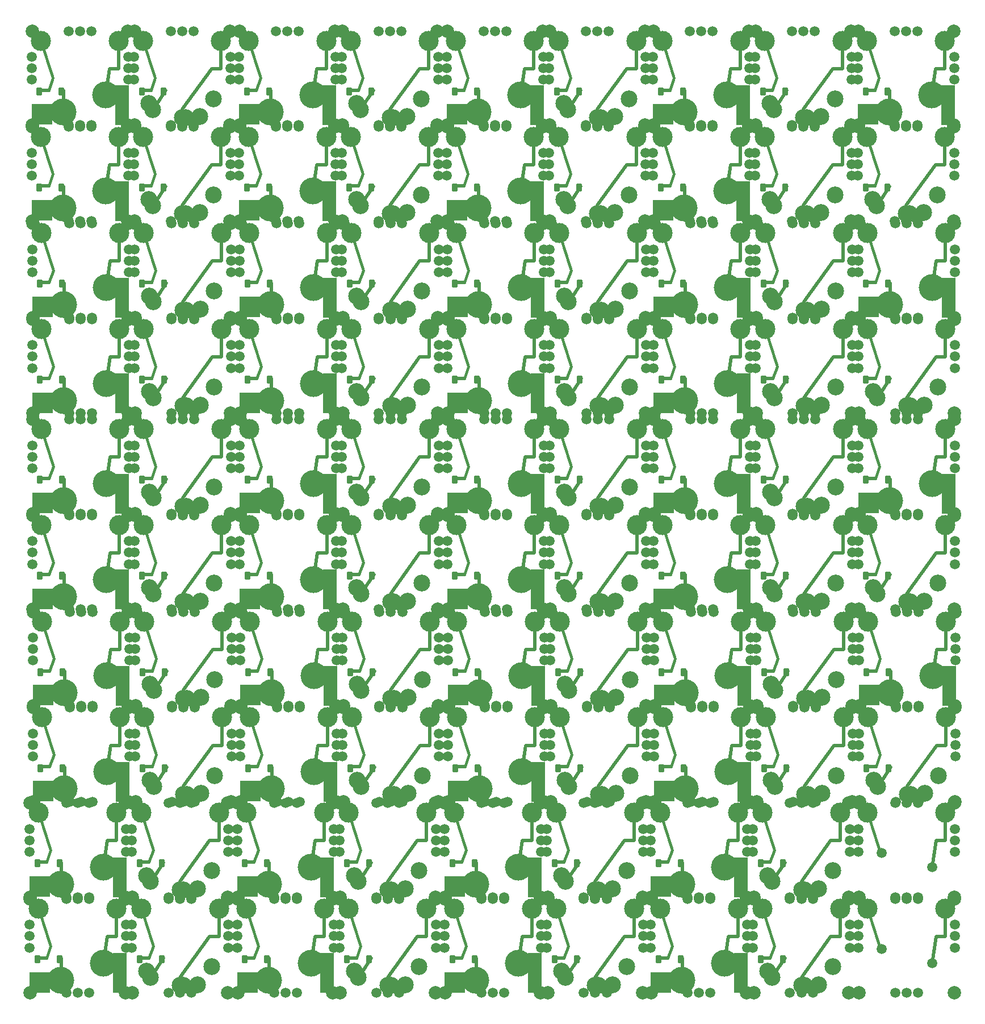
<source format=gbr>
%TF.GenerationSoftware,KiCad,Pcbnew,7.0.2*%
%TF.CreationDate,2023-05-08T22:29:03+02:00*%
%TF.ProjectId,verasity_PCB,76657261-7369-4747-995f-5043422e6b69,rev?*%
%TF.SameCoordinates,Original*%
%TF.FileFunction,Copper,L2,Bot*%
%TF.FilePolarity,Positive*%
%FSLAX46Y46*%
G04 Gerber Fmt 4.6, Leading zero omitted, Abs format (unit mm)*
G04 Created by KiCad (PCBNEW 7.0.2) date 2023-05-08 22:29:03*
%MOMM*%
%LPD*%
G01*
G04 APERTURE LIST*
G04 Aperture macros list*
%AMRoundRect*
0 Rectangle with rounded corners*
0 $1 Rounding radius*
0 $2 $3 $4 $5 $6 $7 $8 $9 X,Y pos of 4 corners*
0 Add a 4 corners polygon primitive as box body*
4,1,4,$2,$3,$4,$5,$6,$7,$8,$9,$2,$3,0*
0 Add four circle primitives for the rounded corners*
1,1,$1+$1,$2,$3*
1,1,$1+$1,$4,$5*
1,1,$1+$1,$6,$7*
1,1,$1+$1,$8,$9*
0 Add four rect primitives between the rounded corners*
20,1,$1+$1,$2,$3,$4,$5,0*
20,1,$1+$1,$4,$5,$6,$7,0*
20,1,$1+$1,$6,$7,$8,$9,0*
20,1,$1+$1,$8,$9,$2,$3,0*%
G04 Aperture macros list end*
%TA.AperFunction,EtchedComponent*%
%ADD10C,0.500000*%
%TD*%
%TA.AperFunction,EtchedComponent*%
%ADD11C,0.400000*%
%TD*%
%TA.AperFunction,ComponentPad*%
%ADD12C,1.500000*%
%TD*%
%TA.AperFunction,ComponentPad*%
%ADD13C,2.000000*%
%TD*%
%TA.AperFunction,SMDPad,CuDef*%
%ADD14RoundRect,0.225000X-0.225000X-0.375000X0.225000X-0.375000X0.225000X0.375000X-0.225000X0.375000X0*%
%TD*%
%TA.AperFunction,ComponentPad*%
%ADD15C,3.000000*%
%TD*%
%TA.AperFunction,ComponentPad*%
%ADD16C,2.500000*%
%TD*%
%TA.AperFunction,SMDPad,CuDef*%
%ADD17R,3.170000X3.170000*%
%TD*%
%TA.AperFunction,ComponentPad*%
%ADD18C,4.000000*%
%TD*%
%TA.AperFunction,SMDPad,CuDef*%
%ADD19R,2.000000X5.900000*%
%TD*%
G04 APERTURE END LIST*
D10*
%TO.C,REF\u002A\u002A*%
X145204375Y-67284375D02*
X143829375Y-67284375D01*
D11*
X145204375Y-67284375D02*
X145854375Y-65484375D01*
X145854375Y-65484375D02*
X144079375Y-59934375D01*
D10*
X147429375Y-67334375D02*
X146129375Y-69284375D01*
X154279375Y-64084375D02*
X149879375Y-70134375D01*
X155679375Y-59934375D02*
X155679375Y-64084375D01*
X155679375Y-64084375D02*
X154279375Y-64084375D01*
X83431250Y-24342500D02*
X82056250Y-24342500D01*
D11*
X83431250Y-24342500D02*
X84081250Y-22542500D01*
X84081250Y-22542500D02*
X82306250Y-16992500D01*
D10*
X85656250Y-24392500D02*
X84356250Y-26342500D01*
X92506250Y-21142500D02*
X88106250Y-27192500D01*
X93906250Y-16992500D02*
X93906250Y-21142500D01*
X93906250Y-21142500D02*
X92506250Y-21142500D01*
D11*
X161075000Y-79692500D02*
X159300000Y-74142500D01*
D10*
X169500000Y-78292500D02*
X168910000Y-82232500D01*
X170900000Y-74142500D02*
X170900000Y-78292500D01*
X170900000Y-78292500D02*
X169500000Y-78292500D01*
X160504375Y-52996875D02*
X159129375Y-52996875D01*
D11*
X160504375Y-52996875D02*
X161154375Y-51196875D01*
X161154375Y-51196875D02*
X159379375Y-45646875D01*
D10*
X162729375Y-53046875D02*
X162729375Y-54496875D01*
X169579375Y-49796875D02*
X168989375Y-53736875D01*
X170979375Y-45646875D02*
X170979375Y-49796875D01*
X170979375Y-49796875D02*
X169579375Y-49796875D01*
X114466875Y-52996875D02*
X113091875Y-52996875D01*
D11*
X114466875Y-52996875D02*
X115116875Y-51196875D01*
X115116875Y-51196875D02*
X113341875Y-45646875D01*
D10*
X116691875Y-53046875D02*
X115391875Y-54996875D01*
X123541875Y-49796875D02*
X119141875Y-55846875D01*
X124941875Y-45646875D02*
X124941875Y-49796875D01*
X124941875Y-49796875D02*
X123541875Y-49796875D01*
X160425000Y-9420000D02*
X159050000Y-9420000D01*
D11*
X160425000Y-9420000D02*
X161075000Y-7620000D01*
X161075000Y-7620000D02*
X159300000Y-2070000D01*
D10*
X162650000Y-9470000D02*
X161350000Y-11420000D01*
X169500000Y-6220000D02*
X165100000Y-12270000D01*
X170900000Y-2070000D02*
X170900000Y-6220000D01*
X170900000Y-6220000D02*
X169500000Y-6220000D01*
X145125000Y4867500D02*
X143750000Y4867500D01*
D11*
X145125000Y4867500D02*
X145775000Y6667500D01*
X145775000Y6667500D02*
X144000000Y12217500D01*
D10*
X147350000Y4817500D02*
X146050000Y2867500D01*
X154200000Y8067500D02*
X149800000Y2017500D01*
X155600000Y12217500D02*
X155600000Y8067500D01*
X155600000Y8067500D02*
X154200000Y8067500D01*
X37215625Y4867500D02*
X35840625Y4867500D01*
D11*
X37215625Y4867500D02*
X37865625Y6667500D01*
X37865625Y6667500D02*
X36090625Y12217500D01*
D10*
X39440625Y4817500D02*
X39440625Y3367500D01*
X46290625Y8067500D02*
X45700625Y4127500D01*
X47690625Y12217500D02*
X47690625Y8067500D01*
X47690625Y8067500D02*
X46290625Y8067500D01*
X68251250Y-52996875D02*
X66876250Y-52996875D01*
D11*
X68251250Y-52996875D02*
X68901250Y-51196875D01*
X68901250Y-51196875D02*
X67126250Y-45646875D01*
D10*
X70476250Y-53046875D02*
X70476250Y-54496875D01*
X77326250Y-49796875D02*
X76736250Y-53736875D01*
X78726250Y-45646875D02*
X78726250Y-49796875D01*
X78726250Y-49796875D02*
X77326250Y-49796875D01*
X83510625Y-67284375D02*
X82135625Y-67284375D01*
D11*
X83510625Y-67284375D02*
X84160625Y-65484375D01*
X84160625Y-65484375D02*
X82385625Y-59934375D01*
D10*
X85735625Y-67334375D02*
X84435625Y-69284375D01*
X92585625Y-64084375D02*
X88185625Y-70134375D01*
X93985625Y-59934375D02*
X93985625Y-64084375D01*
X93985625Y-64084375D02*
X92585625Y-64084375D01*
X67775000Y-95780000D02*
X66400000Y-95780000D01*
D11*
X67775000Y-95780000D02*
X68425000Y-93980000D01*
X68425000Y-93980000D02*
X66650000Y-88430000D01*
D10*
X70000000Y-95830000D02*
X70000000Y-97280000D01*
X76850000Y-92580000D02*
X76260000Y-96520000D01*
X78250000Y-88430000D02*
X78250000Y-92580000D01*
X78250000Y-92580000D02*
X76850000Y-92580000D01*
X99128125Y4867500D02*
X97753125Y4867500D01*
D11*
X99128125Y4867500D02*
X99778125Y6667500D01*
X99778125Y6667500D02*
X98003125Y12217500D01*
D10*
X101353125Y4817500D02*
X101353125Y3367500D01*
X108203125Y8067500D02*
X107613125Y4127500D01*
X109603125Y12217500D02*
X109603125Y8067500D01*
X109603125Y8067500D02*
X108203125Y8067500D01*
X52395625Y19234375D02*
X51020625Y19234375D01*
D11*
X52395625Y19234375D02*
X53045625Y21034375D01*
X53045625Y21034375D02*
X51270625Y26584375D01*
D10*
X54620625Y19184375D02*
X53320625Y17234375D01*
X61470625Y22434375D02*
X57070625Y16384375D01*
X62870625Y26584375D02*
X62870625Y22434375D01*
X62870625Y22434375D02*
X61470625Y22434375D01*
X160504375Y-67284375D02*
X159129375Y-67284375D01*
D11*
X160504375Y-67284375D02*
X161154375Y-65484375D01*
X161154375Y-65484375D02*
X159379375Y-59934375D01*
D10*
X162729375Y-67334375D02*
X161429375Y-69284375D01*
X169579375Y-64084375D02*
X165179375Y-70134375D01*
X170979375Y-59934375D02*
X170979375Y-64084375D01*
X170979375Y-64084375D02*
X169579375Y-64084375D01*
X37136250Y19234375D02*
X35761250Y19234375D01*
D11*
X37136250Y19234375D02*
X37786250Y21034375D01*
X37786250Y21034375D02*
X36011250Y26584375D01*
D10*
X39361250Y19184375D02*
X39361250Y17734375D01*
X46211250Y22434375D02*
X45621250Y18494375D01*
X47611250Y26584375D02*
X47611250Y22434375D01*
X47611250Y22434375D02*
X46211250Y22434375D01*
X68171875Y-9420000D02*
X66796875Y-9420000D01*
D11*
X68171875Y-9420000D02*
X68821875Y-7620000D01*
X68821875Y-7620000D02*
X67046875Y-2070000D01*
D10*
X70396875Y-9470000D02*
X70396875Y-10920000D01*
X77246875Y-6220000D02*
X76656875Y-10160000D01*
X78646875Y-2070000D02*
X78646875Y-6220000D01*
X78646875Y-6220000D02*
X77246875Y-6220000D01*
X144728125Y-95780000D02*
X143353125Y-95780000D01*
D11*
X144728125Y-95780000D02*
X145378125Y-93980000D01*
X145378125Y-93980000D02*
X143603125Y-88430000D01*
D10*
X146953125Y-95830000D02*
X145653125Y-97780000D01*
X153803125Y-92580000D02*
X149403125Y-98630000D01*
X155203125Y-88430000D02*
X155203125Y-92580000D01*
X155203125Y-92580000D02*
X153803125Y-92580000D01*
X37295000Y-52996875D02*
X35920000Y-52996875D01*
D11*
X37295000Y-52996875D02*
X37945000Y-51196875D01*
X37945000Y-51196875D02*
X36170000Y-45646875D01*
D10*
X39520000Y-53046875D02*
X39520000Y-54496875D01*
X46370000Y-49796875D02*
X45780000Y-53736875D01*
X47770000Y-45646875D02*
X47770000Y-49796875D01*
X47770000Y-49796875D02*
X46370000Y-49796875D01*
X83351875Y19234375D02*
X81976875Y19234375D01*
D11*
X83351875Y19234375D02*
X84001875Y21034375D01*
X84001875Y21034375D02*
X82226875Y26584375D01*
D10*
X85576875Y19184375D02*
X84276875Y17234375D01*
X92426875Y22434375D02*
X88026875Y16384375D01*
X93826875Y26584375D02*
X93826875Y22434375D01*
X93826875Y22434375D02*
X92426875Y22434375D01*
X145045625Y33521875D02*
X143670625Y33521875D01*
D11*
X145045625Y33521875D02*
X145695625Y35321875D01*
X145695625Y35321875D02*
X143920625Y40871875D01*
D10*
X147270625Y33471875D02*
X145970625Y31521875D01*
X154120625Y36721875D02*
X149720625Y30671875D01*
X155520625Y40871875D02*
X155520625Y36721875D01*
X155520625Y36721875D02*
X154120625Y36721875D01*
X83510625Y-52996875D02*
X82135625Y-52996875D01*
D11*
X83510625Y-52996875D02*
X84160625Y-51196875D01*
X84160625Y-51196875D02*
X82385625Y-45646875D01*
D10*
X85735625Y-53046875D02*
X84435625Y-54996875D01*
X92585625Y-49796875D02*
X88185625Y-55846875D01*
X93985625Y-45646875D02*
X93985625Y-49796875D01*
X93985625Y-49796875D02*
X92585625Y-49796875D01*
X98731250Y-81492500D02*
X97356250Y-81492500D01*
D11*
X98731250Y-81492500D02*
X99381250Y-79692500D01*
X99381250Y-79692500D02*
X97606250Y-74142500D01*
D10*
X100956250Y-81542500D02*
X100956250Y-82992500D01*
X107806250Y-78292500D02*
X107216250Y-82232500D01*
X109206250Y-74142500D02*
X109206250Y-78292500D01*
X109206250Y-78292500D02*
X107806250Y-78292500D01*
X129786250Y33521875D02*
X128411250Y33521875D01*
D11*
X129786250Y33521875D02*
X130436250Y35321875D01*
X130436250Y35321875D02*
X128661250Y40871875D01*
D10*
X132011250Y33471875D02*
X132011250Y32021875D01*
X138861250Y36721875D02*
X138271250Y32781875D01*
X140261250Y40871875D02*
X140261250Y36721875D01*
X140261250Y36721875D02*
X138861250Y36721875D01*
X83351875Y33521875D02*
X81976875Y33521875D01*
D11*
X83351875Y33521875D02*
X84001875Y35321875D01*
X84001875Y35321875D02*
X82226875Y40871875D01*
D10*
X85576875Y33471875D02*
X84276875Y31521875D01*
X92426875Y36721875D02*
X88026875Y30671875D01*
X93826875Y40871875D02*
X93826875Y36721875D01*
X93826875Y36721875D02*
X92426875Y36721875D01*
X160345625Y33521875D02*
X158970625Y33521875D01*
D11*
X160345625Y33521875D02*
X160995625Y35321875D01*
X160995625Y35321875D02*
X159220625Y40871875D01*
D10*
X162570625Y33471875D02*
X162570625Y32021875D01*
X169420625Y36721875D02*
X168830625Y32781875D01*
X170820625Y40871875D02*
X170820625Y36721875D01*
X170820625Y36721875D02*
X169420625Y36721875D01*
X68092500Y33521875D02*
X66717500Y33521875D01*
D11*
X68092500Y33521875D02*
X68742500Y35321875D01*
X68742500Y35321875D02*
X66967500Y40871875D01*
D10*
X70317500Y33471875D02*
X70317500Y32021875D01*
X77167500Y36721875D02*
X76577500Y32781875D01*
X78567500Y40871875D02*
X78567500Y36721875D01*
X78567500Y36721875D02*
X77167500Y36721875D01*
X129945000Y-52996875D02*
X128570000Y-52996875D01*
D11*
X129945000Y-52996875D02*
X130595000Y-51196875D01*
X130595000Y-51196875D02*
X128820000Y-45646875D01*
D10*
X132170000Y-53046875D02*
X132170000Y-54496875D01*
X139020000Y-49796875D02*
X138430000Y-53736875D01*
X140420000Y-45646875D02*
X140420000Y-49796875D01*
X140420000Y-49796875D02*
X139020000Y-49796875D01*
X99207500Y-67284375D02*
X97832500Y-67284375D01*
D11*
X99207500Y-67284375D02*
X99857500Y-65484375D01*
X99857500Y-65484375D02*
X98082500Y-59934375D01*
D10*
X101432500Y-67334375D02*
X101432500Y-68784375D01*
X108282500Y-64084375D02*
X107692500Y-68024375D01*
X109682500Y-59934375D02*
X109682500Y-64084375D01*
X109682500Y-64084375D02*
X108282500Y-64084375D01*
X114387500Y-24342500D02*
X113012500Y-24342500D01*
D11*
X114387500Y-24342500D02*
X115037500Y-22542500D01*
X115037500Y-22542500D02*
X113262500Y-16992500D01*
D10*
X116612500Y-24392500D02*
X115312500Y-26342500D01*
X123462500Y-21142500D02*
X119062500Y-27192500D01*
X124862500Y-16992500D02*
X124862500Y-21142500D01*
X124862500Y-21142500D02*
X123462500Y-21142500D01*
X160345625Y19234375D02*
X158970625Y19234375D01*
D11*
X160345625Y19234375D02*
X160995625Y21034375D01*
X160995625Y21034375D02*
X159220625Y26584375D01*
D10*
X162570625Y19184375D02*
X161270625Y17234375D01*
X169420625Y22434375D02*
X165020625Y16384375D01*
X170820625Y26584375D02*
X170820625Y22434375D01*
X170820625Y22434375D02*
X169420625Y22434375D01*
X114308125Y19234375D02*
X112933125Y19234375D01*
D11*
X114308125Y19234375D02*
X114958125Y21034375D01*
X114958125Y21034375D02*
X113183125Y26584375D01*
D10*
X116533125Y19184375D02*
X115233125Y17234375D01*
X123383125Y22434375D02*
X118983125Y16384375D01*
X124783125Y26584375D02*
X124783125Y22434375D01*
X124783125Y22434375D02*
X123383125Y22434375D01*
X160425000Y4867500D02*
X159050000Y4867500D01*
D11*
X160425000Y4867500D02*
X161075000Y6667500D01*
X161075000Y6667500D02*
X159300000Y12217500D01*
D10*
X162650000Y4817500D02*
X162650000Y3367500D01*
X169500000Y8067500D02*
X168910000Y4127500D01*
X170900000Y12217500D02*
X170900000Y8067500D01*
X170900000Y8067500D02*
X169500000Y8067500D01*
X144728125Y-81492500D02*
X143353125Y-81492500D01*
D11*
X144728125Y-81492500D02*
X145378125Y-79692500D01*
X145378125Y-79692500D02*
X143603125Y-74142500D01*
D10*
X146953125Y-81542500D02*
X145653125Y-83492500D01*
X153803125Y-78292500D02*
X149403125Y-84342500D01*
X155203125Y-74142500D02*
X155203125Y-78292500D01*
X155203125Y-78292500D02*
X153803125Y-78292500D01*
X83034375Y-81492500D02*
X81659375Y-81492500D01*
D11*
X83034375Y-81492500D02*
X83684375Y-79692500D01*
X83684375Y-79692500D02*
X81909375Y-74142500D01*
D10*
X85259375Y-81542500D02*
X83959375Y-83492500D01*
X92109375Y-78292500D02*
X87709375Y-84342500D01*
X93509375Y-74142500D02*
X93509375Y-78292500D01*
X93509375Y-78292500D02*
X92109375Y-78292500D01*
X129786250Y19234375D02*
X128411250Y19234375D01*
D11*
X129786250Y19234375D02*
X130436250Y21034375D01*
X130436250Y21034375D02*
X128661250Y26584375D01*
D10*
X132011250Y19184375D02*
X132011250Y17734375D01*
X138861250Y22434375D02*
X138271250Y18494375D01*
X140261250Y26584375D02*
X140261250Y22434375D01*
X140261250Y22434375D02*
X138861250Y22434375D01*
X52554375Y-67284375D02*
X51179375Y-67284375D01*
D11*
X52554375Y-67284375D02*
X53204375Y-65484375D01*
X53204375Y-65484375D02*
X51429375Y-59934375D01*
D10*
X54779375Y-67334375D02*
X53479375Y-69284375D01*
X61629375Y-64084375D02*
X57229375Y-70134375D01*
X63029375Y-59934375D02*
X63029375Y-64084375D01*
X63029375Y-64084375D02*
X61629375Y-64084375D01*
X83431250Y-38630000D02*
X82056250Y-38630000D01*
D11*
X83431250Y-38630000D02*
X84081250Y-36830000D01*
X84081250Y-36830000D02*
X82306250Y-31280000D01*
D10*
X85656250Y-38680000D02*
X84356250Y-40630000D01*
X92506250Y-35430000D02*
X88106250Y-41480000D01*
X93906250Y-31280000D02*
X93906250Y-35430000D01*
X93906250Y-35430000D02*
X92506250Y-35430000D01*
X114387500Y-38630000D02*
X113012500Y-38630000D01*
D11*
X114387500Y-38630000D02*
X115037500Y-36830000D01*
X115037500Y-36830000D02*
X113262500Y-31280000D01*
D10*
X116612500Y-38680000D02*
X115312500Y-40630000D01*
X123462500Y-35430000D02*
X119062500Y-41480000D01*
X124862500Y-31280000D02*
X124862500Y-35430000D01*
X124862500Y-35430000D02*
X123462500Y-35430000D01*
X129468750Y-95780000D02*
X128093750Y-95780000D01*
D11*
X129468750Y-95780000D02*
X130118750Y-93980000D01*
X130118750Y-93980000D02*
X128343750Y-88430000D01*
D10*
X131693750Y-95830000D02*
X131693750Y-97280000D01*
X138543750Y-92580000D02*
X137953750Y-96520000D01*
X139943750Y-88430000D02*
X139943750Y-92580000D01*
X139943750Y-92580000D02*
X138543750Y-92580000D01*
X52395625Y33521875D02*
X51020625Y33521875D01*
D11*
X52395625Y33521875D02*
X53045625Y35321875D01*
X53045625Y35321875D02*
X51270625Y40871875D01*
D10*
X54620625Y33471875D02*
X53320625Y31521875D01*
X61470625Y36721875D02*
X57070625Y30671875D01*
X62870625Y40871875D02*
X62870625Y36721875D01*
X62870625Y36721875D02*
X61470625Y36721875D01*
X113990625Y-95780000D02*
X112615625Y-95780000D01*
D11*
X113990625Y-95780000D02*
X114640625Y-93980000D01*
X114640625Y-93980000D02*
X112865625Y-88430000D01*
D10*
X116215625Y-95830000D02*
X114915625Y-97780000D01*
X123065625Y-92580000D02*
X118665625Y-98630000D01*
X124465625Y-88430000D02*
X124465625Y-92580000D01*
X124465625Y-92580000D02*
X123065625Y-92580000D01*
X83034375Y-95780000D02*
X81659375Y-95780000D01*
D11*
X83034375Y-95780000D02*
X83684375Y-93980000D01*
X83684375Y-93980000D02*
X81909375Y-88430000D01*
D10*
X85259375Y-95830000D02*
X83959375Y-97780000D01*
X92109375Y-92580000D02*
X87709375Y-98630000D01*
X93509375Y-88430000D02*
X93509375Y-92580000D01*
X93509375Y-92580000D02*
X92109375Y-92580000D01*
X52078125Y-95780000D02*
X50703125Y-95780000D01*
D11*
X52078125Y-95780000D02*
X52728125Y-93980000D01*
X52728125Y-93980000D02*
X50953125Y-88430000D01*
D10*
X54303125Y-95830000D02*
X53003125Y-97780000D01*
X61153125Y-92580000D02*
X56753125Y-98630000D01*
X62553125Y-88430000D02*
X62553125Y-92580000D01*
X62553125Y-92580000D02*
X61153125Y-92580000D01*
X68092500Y19234375D02*
X66717500Y19234375D01*
D11*
X68092500Y19234375D02*
X68742500Y21034375D01*
X68742500Y21034375D02*
X66967500Y26584375D01*
D10*
X70317500Y19184375D02*
X70317500Y17734375D01*
X77167500Y22434375D02*
X76577500Y18494375D01*
X78567500Y26584375D02*
X78567500Y22434375D01*
X78567500Y22434375D02*
X77167500Y22434375D01*
X145045625Y19234375D02*
X143670625Y19234375D01*
D11*
X145045625Y19234375D02*
X145695625Y21034375D01*
X145695625Y21034375D02*
X143920625Y26584375D01*
D10*
X147270625Y19184375D02*
X145970625Y17234375D01*
X154120625Y22434375D02*
X149720625Y16384375D01*
X155520625Y26584375D02*
X155520625Y22434375D01*
X155520625Y22434375D02*
X154120625Y22434375D01*
X52554375Y-52996875D02*
X51179375Y-52996875D01*
D11*
X52554375Y-52996875D02*
X53204375Y-51196875D01*
X53204375Y-51196875D02*
X51429375Y-45646875D01*
D10*
X54779375Y-53046875D02*
X53479375Y-54996875D01*
X61629375Y-49796875D02*
X57229375Y-55846875D01*
X63029375Y-45646875D02*
X63029375Y-49796875D01*
X63029375Y-49796875D02*
X61629375Y-49796875D01*
X83431250Y-9420000D02*
X82056250Y-9420000D01*
D11*
X83431250Y-9420000D02*
X84081250Y-7620000D01*
X84081250Y-7620000D02*
X82306250Y-2070000D01*
D10*
X85656250Y-9470000D02*
X84356250Y-11420000D01*
X92506250Y-6220000D02*
X88106250Y-12270000D01*
X93906250Y-2070000D02*
X93906250Y-6220000D01*
X93906250Y-6220000D02*
X92506250Y-6220000D01*
X36818750Y-95780000D02*
X35443750Y-95780000D01*
D11*
X36818750Y-95780000D02*
X37468750Y-93980000D01*
X37468750Y-93980000D02*
X35693750Y-88430000D01*
D10*
X39043750Y-95830000D02*
X39043750Y-97280000D01*
X45893750Y-92580000D02*
X45303750Y-96520000D01*
X47293750Y-88430000D02*
X47293750Y-92580000D01*
X47293750Y-92580000D02*
X45893750Y-92580000D01*
X99048750Y33521875D02*
X97673750Y33521875D01*
D11*
X99048750Y33521875D02*
X99698750Y35321875D01*
X99698750Y35321875D02*
X97923750Y40871875D01*
D10*
X101273750Y33471875D02*
X101273750Y32021875D01*
X108123750Y36721875D02*
X107533750Y32781875D01*
X109523750Y40871875D02*
X109523750Y36721875D01*
X109523750Y36721875D02*
X108123750Y36721875D01*
X145125000Y-9420000D02*
X143750000Y-9420000D01*
D11*
X145125000Y-9420000D02*
X145775000Y-7620000D01*
X145775000Y-7620000D02*
X144000000Y-2070000D01*
D10*
X147350000Y-9470000D02*
X146050000Y-11420000D01*
X154200000Y-6220000D02*
X149800000Y-12270000D01*
X155600000Y-2070000D02*
X155600000Y-6220000D01*
X155600000Y-6220000D02*
X154200000Y-6220000D01*
X52078125Y-81492500D02*
X50703125Y-81492500D01*
D11*
X52078125Y-81492500D02*
X52728125Y-79692500D01*
X52728125Y-79692500D02*
X50953125Y-74142500D01*
D10*
X54303125Y-81542500D02*
X53003125Y-83492500D01*
X61153125Y-78292500D02*
X56753125Y-84342500D01*
X62553125Y-74142500D02*
X62553125Y-78292500D01*
X62553125Y-78292500D02*
X61153125Y-78292500D01*
X52475000Y-24342500D02*
X51100000Y-24342500D01*
D11*
X52475000Y-24342500D02*
X53125000Y-22542500D01*
X53125000Y-22542500D02*
X51350000Y-16992500D01*
D10*
X54700000Y-24392500D02*
X53400000Y-26342500D01*
X61550000Y-21142500D02*
X57150000Y-27192500D01*
X62950000Y-16992500D02*
X62950000Y-21142500D01*
X62950000Y-21142500D02*
X61550000Y-21142500D01*
X114308125Y33521875D02*
X112933125Y33521875D01*
D11*
X114308125Y33521875D02*
X114958125Y35321875D01*
X114958125Y35321875D02*
X113183125Y40871875D01*
D10*
X116533125Y33471875D02*
X115233125Y31521875D01*
X123383125Y36721875D02*
X118983125Y30671875D01*
X124783125Y40871875D02*
X124783125Y36721875D01*
X124783125Y36721875D02*
X123383125Y36721875D01*
X52475000Y-9420000D02*
X51100000Y-9420000D01*
D11*
X52475000Y-9420000D02*
X53125000Y-7620000D01*
X53125000Y-7620000D02*
X51350000Y-2070000D01*
D10*
X54700000Y-9470000D02*
X53400000Y-11420000D01*
X61550000Y-6220000D02*
X57150000Y-12270000D01*
X62950000Y-2070000D02*
X62950000Y-6220000D01*
X62950000Y-6220000D02*
X61550000Y-6220000D01*
X68171875Y-24342500D02*
X66796875Y-24342500D01*
D11*
X68171875Y-24342500D02*
X68821875Y-22542500D01*
X68821875Y-22542500D02*
X67046875Y-16992500D01*
D10*
X70396875Y-24392500D02*
X70396875Y-25842500D01*
X77246875Y-21142500D02*
X76656875Y-25082500D01*
X78646875Y-16992500D02*
X78646875Y-21142500D01*
X78646875Y-21142500D02*
X77246875Y-21142500D01*
X129945000Y-67284375D02*
X128570000Y-67284375D01*
D11*
X129945000Y-67284375D02*
X130595000Y-65484375D01*
X130595000Y-65484375D02*
X128820000Y-59934375D01*
D10*
X132170000Y-67334375D02*
X132170000Y-68784375D01*
X139020000Y-64084375D02*
X138430000Y-68024375D01*
X140420000Y-59934375D02*
X140420000Y-64084375D01*
X140420000Y-64084375D02*
X139020000Y-64084375D01*
X99128125Y-38630000D02*
X97753125Y-38630000D01*
D11*
X99128125Y-38630000D02*
X99778125Y-36830000D01*
X99778125Y-36830000D02*
X98003125Y-31280000D01*
D10*
X101353125Y-38680000D02*
X101353125Y-40130000D01*
X108203125Y-35430000D02*
X107613125Y-39370000D01*
X109603125Y-31280000D02*
X109603125Y-35430000D01*
X109603125Y-35430000D02*
X108203125Y-35430000D01*
X145125000Y-24342500D02*
X143750000Y-24342500D01*
D11*
X145125000Y-24342500D02*
X145775000Y-22542500D01*
X145775000Y-22542500D02*
X144000000Y-16992500D01*
D10*
X147350000Y-24392500D02*
X146050000Y-26342500D01*
X154200000Y-21142500D02*
X149800000Y-27192500D01*
X155600000Y-16992500D02*
X155600000Y-21142500D01*
X155600000Y-21142500D02*
X154200000Y-21142500D01*
X99128125Y-24342500D02*
X97753125Y-24342500D01*
D11*
X99128125Y-24342500D02*
X99778125Y-22542500D01*
X99778125Y-22542500D02*
X98003125Y-16992500D01*
D10*
X101353125Y-24392500D02*
X101353125Y-25842500D01*
X108203125Y-21142500D02*
X107613125Y-25082500D01*
X109603125Y-16992500D02*
X109603125Y-21142500D01*
X109603125Y-21142500D02*
X108203125Y-21142500D01*
X52475000Y4867500D02*
X51100000Y4867500D01*
D11*
X52475000Y4867500D02*
X53125000Y6667500D01*
X53125000Y6667500D02*
X51350000Y12217500D01*
D10*
X54700000Y4817500D02*
X53400000Y2867500D01*
X61550000Y8067500D02*
X57150000Y2017500D01*
X62950000Y12217500D02*
X62950000Y8067500D01*
X62950000Y8067500D02*
X61550000Y8067500D01*
X37295000Y-67284375D02*
X35920000Y-67284375D01*
D11*
X37295000Y-67284375D02*
X37945000Y-65484375D01*
X37945000Y-65484375D02*
X36170000Y-59934375D01*
D10*
X39520000Y-67334375D02*
X39520000Y-68784375D01*
X46370000Y-64084375D02*
X45780000Y-68024375D01*
X47770000Y-59934375D02*
X47770000Y-64084375D01*
X47770000Y-64084375D02*
X46370000Y-64084375D01*
X99128125Y-9420000D02*
X97753125Y-9420000D01*
D11*
X99128125Y-9420000D02*
X99778125Y-7620000D01*
X99778125Y-7620000D02*
X98003125Y-2070000D01*
D10*
X101353125Y-9470000D02*
X101353125Y-10920000D01*
X108203125Y-6220000D02*
X107613125Y-10160000D01*
X109603125Y-2070000D02*
X109603125Y-6220000D01*
X109603125Y-6220000D02*
X108203125Y-6220000D01*
X145125000Y-38630000D02*
X143750000Y-38630000D01*
D11*
X145125000Y-38630000D02*
X145775000Y-36830000D01*
X145775000Y-36830000D02*
X144000000Y-31280000D01*
D10*
X147350000Y-38680000D02*
X146050000Y-40630000D01*
X154200000Y-35430000D02*
X149800000Y-41480000D01*
X155600000Y-31280000D02*
X155600000Y-35430000D01*
X155600000Y-35430000D02*
X154200000Y-35430000D01*
X114466875Y-67284375D02*
X113091875Y-67284375D01*
D11*
X114466875Y-67284375D02*
X115116875Y-65484375D01*
X115116875Y-65484375D02*
X113341875Y-59934375D01*
D10*
X116691875Y-67334375D02*
X115391875Y-69284375D01*
X123541875Y-64084375D02*
X119141875Y-70134375D01*
X124941875Y-59934375D02*
X124941875Y-64084375D01*
X124941875Y-64084375D02*
X123541875Y-64084375D01*
X113990625Y-81492500D02*
X112615625Y-81492500D01*
D11*
X113990625Y-81492500D02*
X114640625Y-79692500D01*
X114640625Y-79692500D02*
X112865625Y-74142500D01*
D10*
X116215625Y-81542500D02*
X114915625Y-83492500D01*
X123065625Y-78292500D02*
X118665625Y-84342500D01*
X124465625Y-74142500D02*
X124465625Y-78292500D01*
X124465625Y-78292500D02*
X123065625Y-78292500D01*
X37215625Y-24342500D02*
X35840625Y-24342500D01*
D11*
X37215625Y-24342500D02*
X37865625Y-22542500D01*
X37865625Y-22542500D02*
X36090625Y-16992500D01*
D10*
X39440625Y-24392500D02*
X39440625Y-25842500D01*
X46290625Y-21142500D02*
X45700625Y-25082500D01*
X47690625Y-16992500D02*
X47690625Y-21142500D01*
X47690625Y-21142500D02*
X46290625Y-21142500D01*
X160425000Y-38630000D02*
X159050000Y-38630000D01*
D11*
X160425000Y-38630000D02*
X161075000Y-36830000D01*
X161075000Y-36830000D02*
X159300000Y-31280000D01*
D10*
X162650000Y-38680000D02*
X161350000Y-40630000D01*
X169500000Y-35430000D02*
X165100000Y-41480000D01*
X170900000Y-31280000D02*
X170900000Y-35430000D01*
X170900000Y-35430000D02*
X169500000Y-35430000D01*
X98731250Y-95780000D02*
X97356250Y-95780000D01*
D11*
X98731250Y-95780000D02*
X99381250Y-93980000D01*
X99381250Y-93980000D02*
X97606250Y-88430000D01*
D10*
X100956250Y-95830000D02*
X100956250Y-97280000D01*
X107806250Y-92580000D02*
X107216250Y-96520000D01*
X109206250Y-88430000D02*
X109206250Y-92580000D01*
X109206250Y-92580000D02*
X107806250Y-92580000D01*
X129865625Y-38630000D02*
X128490625Y-38630000D01*
D11*
X129865625Y-38630000D02*
X130515625Y-36830000D01*
X130515625Y-36830000D02*
X128740625Y-31280000D01*
D10*
X132090625Y-38680000D02*
X132090625Y-40130000D01*
X138940625Y-35430000D02*
X138350625Y-39370000D01*
X140340625Y-31280000D02*
X140340625Y-35430000D01*
X140340625Y-35430000D02*
X138940625Y-35430000D01*
X99207500Y-52996875D02*
X97832500Y-52996875D01*
D11*
X99207500Y-52996875D02*
X99857500Y-51196875D01*
X99857500Y-51196875D02*
X98082500Y-45646875D01*
D10*
X101432500Y-53046875D02*
X101432500Y-54496875D01*
X108282500Y-49796875D02*
X107692500Y-53736875D01*
X109682500Y-45646875D02*
X109682500Y-49796875D01*
X109682500Y-49796875D02*
X108282500Y-49796875D01*
X68171875Y-38630000D02*
X66796875Y-38630000D01*
D11*
X68171875Y-38630000D02*
X68821875Y-36830000D01*
X68821875Y-36830000D02*
X67046875Y-31280000D01*
D10*
X70396875Y-38680000D02*
X70396875Y-40130000D01*
X77246875Y-35430000D02*
X76656875Y-39370000D01*
X78646875Y-31280000D02*
X78646875Y-35430000D01*
X78646875Y-35430000D02*
X77246875Y-35430000D01*
X37136250Y33521875D02*
X35761250Y33521875D01*
D11*
X37136250Y33521875D02*
X37786250Y35321875D01*
X37786250Y35321875D02*
X36011250Y40871875D01*
D10*
X39361250Y33471875D02*
X39361250Y32021875D01*
X46211250Y36721875D02*
X45621250Y32781875D01*
X47611250Y40871875D02*
X47611250Y36721875D01*
X47611250Y36721875D02*
X46211250Y36721875D01*
X129865625Y-9420000D02*
X128490625Y-9420000D01*
D11*
X129865625Y-9420000D02*
X130515625Y-7620000D01*
X130515625Y-7620000D02*
X128740625Y-2070000D01*
D10*
X132090625Y-9470000D02*
X132090625Y-10920000D01*
X138940625Y-6220000D02*
X138350625Y-10160000D01*
X140340625Y-2070000D02*
X140340625Y-6220000D01*
X140340625Y-6220000D02*
X138940625Y-6220000D01*
X83431250Y4867500D02*
X82056250Y4867500D01*
D11*
X83431250Y4867500D02*
X84081250Y6667500D01*
X84081250Y6667500D02*
X82306250Y12217500D01*
D10*
X85656250Y4817500D02*
X84356250Y2867500D01*
X92506250Y8067500D02*
X88106250Y2017500D01*
X93906250Y12217500D02*
X93906250Y8067500D01*
X93906250Y8067500D02*
X92506250Y8067500D01*
X68171875Y4867500D02*
X66796875Y4867500D01*
D11*
X68171875Y4867500D02*
X68821875Y6667500D01*
X68821875Y6667500D02*
X67046875Y12217500D01*
D10*
X70396875Y4817500D02*
X70396875Y3367500D01*
X77246875Y8067500D02*
X76656875Y4127500D01*
X78646875Y12217500D02*
X78646875Y8067500D01*
X78646875Y8067500D02*
X77246875Y8067500D01*
X52475000Y-38630000D02*
X51100000Y-38630000D01*
D11*
X52475000Y-38630000D02*
X53125000Y-36830000D01*
X53125000Y-36830000D02*
X51350000Y-31280000D01*
D10*
X54700000Y-38680000D02*
X53400000Y-40630000D01*
X61550000Y-35430000D02*
X57150000Y-41480000D01*
X62950000Y-31280000D02*
X62950000Y-35430000D01*
X62950000Y-35430000D02*
X61550000Y-35430000D01*
X68251250Y-67284375D02*
X66876250Y-67284375D01*
D11*
X68251250Y-67284375D02*
X68901250Y-65484375D01*
X68901250Y-65484375D02*
X67126250Y-59934375D01*
D10*
X70476250Y-67334375D02*
X70476250Y-68784375D01*
X77326250Y-64084375D02*
X76736250Y-68024375D01*
X78726250Y-59934375D02*
X78726250Y-64084375D01*
X78726250Y-64084375D02*
X77326250Y-64084375D01*
X99048750Y19234375D02*
X97673750Y19234375D01*
D11*
X99048750Y19234375D02*
X99698750Y21034375D01*
X99698750Y21034375D02*
X97923750Y26584375D01*
D10*
X101273750Y19184375D02*
X101273750Y17734375D01*
X108123750Y22434375D02*
X107533750Y18494375D01*
X109523750Y26584375D02*
X109523750Y22434375D01*
X109523750Y22434375D02*
X108123750Y22434375D01*
X37215625Y-9420000D02*
X35840625Y-9420000D01*
D11*
X37215625Y-9420000D02*
X37865625Y-7620000D01*
X37865625Y-7620000D02*
X36090625Y-2070000D01*
D10*
X39440625Y-9470000D02*
X39440625Y-10920000D01*
X46290625Y-6220000D02*
X45700625Y-10160000D01*
X47690625Y-2070000D02*
X47690625Y-6220000D01*
X47690625Y-6220000D02*
X46290625Y-6220000D01*
D11*
X161075000Y-93980000D02*
X159300000Y-88430000D01*
D10*
X169500000Y-92580000D02*
X168910000Y-96520000D01*
X170900000Y-88430000D02*
X170900000Y-92580000D01*
X170900000Y-92580000D02*
X169500000Y-92580000D01*
X145204375Y-52996875D02*
X143829375Y-52996875D01*
D11*
X145204375Y-52996875D02*
X145854375Y-51196875D01*
X145854375Y-51196875D02*
X144079375Y-45646875D01*
D10*
X147429375Y-53046875D02*
X146129375Y-54996875D01*
X154279375Y-49796875D02*
X149879375Y-55846875D01*
X155679375Y-45646875D02*
X155679375Y-49796875D01*
X155679375Y-49796875D02*
X154279375Y-49796875D01*
X160425000Y-24342500D02*
X159050000Y-24342500D01*
D11*
X160425000Y-24342500D02*
X161075000Y-22542500D01*
X161075000Y-22542500D02*
X159300000Y-16992500D01*
D10*
X162650000Y-24392500D02*
X162650000Y-25842500D01*
X169500000Y-21142500D02*
X168910000Y-25082500D01*
X170900000Y-16992500D02*
X170900000Y-21142500D01*
X170900000Y-21142500D02*
X169500000Y-21142500D01*
X36818750Y-81492500D02*
X35443750Y-81492500D01*
D11*
X36818750Y-81492500D02*
X37468750Y-79692500D01*
X37468750Y-79692500D02*
X35693750Y-74142500D01*
D10*
X39043750Y-81542500D02*
X39043750Y-82992500D01*
X45893750Y-78292500D02*
X45303750Y-82232500D01*
X47293750Y-74142500D02*
X47293750Y-78292500D01*
X47293750Y-78292500D02*
X45893750Y-78292500D01*
X114387500Y-9420000D02*
X113012500Y-9420000D01*
D11*
X114387500Y-9420000D02*
X115037500Y-7620000D01*
X115037500Y-7620000D02*
X113262500Y-2070000D01*
D10*
X116612500Y-9470000D02*
X115312500Y-11420000D01*
X123462500Y-6220000D02*
X119062500Y-12270000D01*
X124862500Y-2070000D02*
X124862500Y-6220000D01*
X124862500Y-6220000D02*
X123462500Y-6220000D01*
X37215625Y-38630000D02*
X35840625Y-38630000D01*
D11*
X37215625Y-38630000D02*
X37865625Y-36830000D01*
X37865625Y-36830000D02*
X36090625Y-31280000D01*
D10*
X39440625Y-38680000D02*
X39440625Y-40130000D01*
X46290625Y-35430000D02*
X45700625Y-39370000D01*
X47690625Y-31280000D02*
X47690625Y-35430000D01*
X47690625Y-35430000D02*
X46290625Y-35430000D01*
X129865625Y4867500D02*
X128490625Y4867500D01*
D11*
X129865625Y4867500D02*
X130515625Y6667500D01*
X130515625Y6667500D02*
X128740625Y12217500D01*
D10*
X132090625Y4817500D02*
X132090625Y3367500D01*
X138940625Y8067500D02*
X138350625Y4127500D01*
X140340625Y12217500D02*
X140340625Y8067500D01*
X140340625Y8067500D02*
X138940625Y8067500D01*
X129865625Y-24342500D02*
X128490625Y-24342500D01*
D11*
X129865625Y-24342500D02*
X130515625Y-22542500D01*
X130515625Y-22542500D02*
X128740625Y-16992500D01*
D10*
X132090625Y-24392500D02*
X132090625Y-25842500D01*
X138940625Y-21142500D02*
X138350625Y-25082500D01*
X140340625Y-16992500D02*
X140340625Y-21142500D01*
X140340625Y-21142500D02*
X138940625Y-21142500D01*
X67775000Y-81492500D02*
X66400000Y-81492500D01*
D11*
X67775000Y-81492500D02*
X68425000Y-79692500D01*
X68425000Y-79692500D02*
X66650000Y-74142500D01*
D10*
X70000000Y-81542500D02*
X70000000Y-82992500D01*
X76850000Y-78292500D02*
X76260000Y-82232500D01*
X78250000Y-74142500D02*
X78250000Y-78292500D01*
X78250000Y-78292500D02*
X76850000Y-78292500D01*
X129468750Y-81492500D02*
X128093750Y-81492500D01*
D11*
X129468750Y-81492500D02*
X130118750Y-79692500D01*
X130118750Y-79692500D02*
X128343750Y-74142500D01*
D10*
X131693750Y-81542500D02*
X131693750Y-82992500D01*
X138543750Y-78292500D02*
X137953750Y-82232500D01*
X139943750Y-74142500D02*
X139943750Y-78292500D01*
X139943750Y-78292500D02*
X138543750Y-78292500D01*
X114387500Y4867500D02*
X113012500Y4867500D01*
D11*
X114387500Y4867500D02*
X115037500Y6667500D01*
X115037500Y6667500D02*
X113262500Y12217500D01*
D10*
X116612500Y4817500D02*
X115312500Y2867500D01*
X123462500Y8067500D02*
X119062500Y2017500D01*
X124862500Y12217500D02*
X124862500Y8067500D01*
X124862500Y8067500D02*
X123462500Y8067500D01*
%TD*%
D12*
%TO.P,REF\u002A\u002A,*%
%TO.N,*%
X142679375Y-65734375D03*
D13*
X142779375Y-72484375D03*
D14*
X143829375Y-67484375D03*
D15*
X144079375Y-59934375D03*
D16*
X144879375Y-69284375D03*
X145479375Y-70184375D03*
D14*
X147129375Y-67484375D03*
D12*
X148179375Y-58484375D03*
X148179375Y-72484375D03*
X149879375Y-58484375D03*
D16*
X149879375Y-71384375D03*
D12*
X149879375Y-72484375D03*
D16*
X150379375Y-71384375D03*
D12*
X151579375Y-58484375D03*
X151579375Y-72484375D03*
D16*
X152479375Y-71234375D03*
X154579375Y-68584375D03*
D15*
X155679375Y-59934375D03*
D13*
X156979375Y-72484375D03*
D12*
X157079375Y-65734375D03*
D13*
%TO.P,REF\u002A\u002A,1*%
%TO.N,N/C*%
X142779375Y-58484375D03*
%TO.P,REF\u002A\u002A,2*%
X156979375Y-58484375D03*
D12*
%TO.P,REF\u002A\u002A,3*%
X157079375Y-62334375D03*
%TO.P,REF\u002A\u002A,4*%
X142679375Y-62334375D03*
%TO.P,REF\u002A\u002A,5*%
X142679375Y-64034375D03*
%TO.P,REF\u002A\u002A,6*%
X157079375Y-64034375D03*
%TD*%
%TO.P,REF\u002A\u002A,*%
%TO.N,*%
X80906250Y-22792500D03*
D13*
X81006250Y-29542500D03*
D14*
X82056250Y-24542500D03*
D15*
X82306250Y-16992500D03*
D16*
X83106250Y-26342500D03*
X83706250Y-27242500D03*
D14*
X85356250Y-24542500D03*
D12*
X86406250Y-15542500D03*
X86406250Y-29542500D03*
X88106250Y-15542500D03*
D16*
X88106250Y-28442500D03*
D12*
X88106250Y-29542500D03*
D16*
X88606250Y-28442500D03*
D12*
X89806250Y-15542500D03*
X89806250Y-29542500D03*
D16*
X90706250Y-28292500D03*
X92806250Y-25642500D03*
D15*
X93906250Y-16992500D03*
D13*
X95206250Y-29542500D03*
D12*
X95306250Y-22792500D03*
D13*
%TO.P,REF\u002A\u002A,1*%
%TO.N,N/C*%
X81006250Y-15542500D03*
%TO.P,REF\u002A\u002A,2*%
X95206250Y-15542500D03*
D12*
%TO.P,REF\u002A\u002A,3*%
X95306250Y-19392500D03*
%TO.P,REF\u002A\u002A,4*%
X80906250Y-19392500D03*
%TO.P,REF\u002A\u002A,5*%
X80906250Y-21092500D03*
%TO.P,REF\u002A\u002A,6*%
X95306250Y-21092500D03*
%TD*%
%TO.P,REF\u002A\u002A,*%
%TO.N,*%
X157900000Y-79942500D03*
D13*
X158000000Y-86692500D03*
D15*
X159300000Y-74142500D03*
D12*
X161350000Y-80162500D03*
X163400000Y-72692500D03*
X163400000Y-86692500D03*
X165100000Y-72692500D03*
X165100000Y-86692500D03*
X166800000Y-72692500D03*
X166800000Y-86692500D03*
X168910000Y-82252500D03*
D15*
X170900000Y-74142500D03*
D13*
X172200000Y-86692500D03*
D12*
X172300000Y-79942500D03*
D13*
%TO.P,REF\u002A\u002A,1*%
%TO.N,N/C*%
X158000000Y-72692500D03*
%TO.P,REF\u002A\u002A,2*%
X172200000Y-72692500D03*
D12*
%TO.P,REF\u002A\u002A,3*%
X172300000Y-76542500D03*
%TO.P,REF\u002A\u002A,4*%
X157900000Y-76542500D03*
%TO.P,REF\u002A\u002A,5*%
X157900000Y-78242500D03*
%TO.P,REF\u002A\u002A,6*%
X172300000Y-78242500D03*
%TD*%
%TO.P,REF\u002A\u002A,*%
%TO.N,*%
X157979375Y-51446875D03*
D13*
X158079375Y-58196875D03*
D14*
X159129375Y-53196875D03*
D15*
X159379375Y-45646875D03*
D17*
X159514375Y-56611875D03*
D14*
X162429375Y-53196875D03*
D18*
X162639375Y-56276875D03*
D12*
X163479375Y-44196875D03*
X163479375Y-58196875D03*
X165179375Y-44196875D03*
X165179375Y-58196875D03*
X166879375Y-44196875D03*
X166879375Y-58196875D03*
D18*
X168989375Y-53736875D03*
D15*
X170979375Y-45646875D03*
D19*
X171429375Y-55246875D03*
D13*
X172279375Y-58196875D03*
D12*
X172379375Y-51446875D03*
D13*
%TO.P,REF\u002A\u002A,1*%
%TO.N,N/C*%
X158079375Y-44196875D03*
%TO.P,REF\u002A\u002A,2*%
X172279375Y-44196875D03*
D12*
%TO.P,REF\u002A\u002A,3*%
X172379375Y-48046875D03*
%TO.P,REF\u002A\u002A,4*%
X157979375Y-48046875D03*
%TO.P,REF\u002A\u002A,5*%
X157979375Y-49746875D03*
%TO.P,REF\u002A\u002A,6*%
X172379375Y-49746875D03*
%TD*%
%TO.P,REF\u002A\u002A,*%
%TO.N,*%
X111941875Y-51446875D03*
D13*
X112041875Y-58196875D03*
D14*
X113091875Y-53196875D03*
D15*
X113341875Y-45646875D03*
D16*
X114141875Y-54996875D03*
X114741875Y-55896875D03*
D14*
X116391875Y-53196875D03*
D12*
X117441875Y-44196875D03*
X117441875Y-58196875D03*
X119141875Y-44196875D03*
D16*
X119141875Y-57096875D03*
D12*
X119141875Y-58196875D03*
D16*
X119641875Y-57096875D03*
D12*
X120841875Y-44196875D03*
X120841875Y-58196875D03*
D16*
X121741875Y-56946875D03*
X123841875Y-54296875D03*
D15*
X124941875Y-45646875D03*
D13*
X126241875Y-58196875D03*
D12*
X126341875Y-51446875D03*
D13*
%TO.P,REF\u002A\u002A,1*%
%TO.N,N/C*%
X112041875Y-44196875D03*
%TO.P,REF\u002A\u002A,2*%
X126241875Y-44196875D03*
D12*
%TO.P,REF\u002A\u002A,3*%
X126341875Y-48046875D03*
%TO.P,REF\u002A\u002A,4*%
X111941875Y-48046875D03*
%TO.P,REF\u002A\u002A,5*%
X111941875Y-49746875D03*
%TO.P,REF\u002A\u002A,6*%
X126341875Y-49746875D03*
%TD*%
%TO.P,REF\u002A\u002A,*%
%TO.N,*%
X157900000Y-7870000D03*
D13*
X158000000Y-14620000D03*
D14*
X159050000Y-9620000D03*
D15*
X159300000Y-2070000D03*
D16*
X160100000Y-11420000D03*
X160700000Y-12320000D03*
D14*
X162350000Y-9620000D03*
D12*
X163400000Y-620000D03*
X163400000Y-14620000D03*
X165100000Y-620000D03*
D16*
X165100000Y-13520000D03*
D12*
X165100000Y-14620000D03*
D16*
X165600000Y-13520000D03*
D12*
X166800000Y-620000D03*
X166800000Y-14620000D03*
D16*
X167700000Y-13370000D03*
X169800000Y-10720000D03*
D15*
X170900000Y-2070000D03*
D13*
X172200000Y-14620000D03*
D12*
X172300000Y-7870000D03*
D13*
%TO.P,REF\u002A\u002A,1*%
%TO.N,N/C*%
X158000000Y-620000D03*
%TO.P,REF\u002A\u002A,2*%
X172200000Y-620000D03*
D12*
%TO.P,REF\u002A\u002A,3*%
X172300000Y-4470000D03*
%TO.P,REF\u002A\u002A,4*%
X157900000Y-4470000D03*
%TO.P,REF\u002A\u002A,5*%
X157900000Y-6170000D03*
%TO.P,REF\u002A\u002A,6*%
X172300000Y-6170000D03*
%TD*%
%TO.P,REF\u002A\u002A,*%
%TO.N,*%
X142600000Y6417500D03*
D13*
X142700000Y-332500D03*
D14*
X143750000Y4667500D03*
D15*
X144000000Y12217500D03*
D16*
X144800000Y2867500D03*
X145400000Y1967500D03*
D14*
X147050000Y4667500D03*
D12*
X148100000Y13667500D03*
X148100000Y-332500D03*
X149800000Y13667500D03*
D16*
X149800000Y767500D03*
D12*
X149800000Y-332500D03*
D16*
X150300000Y767500D03*
D12*
X151500000Y13667500D03*
X151500000Y-332500D03*
D16*
X152400000Y917500D03*
X154500000Y3567500D03*
D15*
X155600000Y12217500D03*
D13*
X156900000Y-332500D03*
D12*
X157000000Y6417500D03*
D13*
%TO.P,REF\u002A\u002A,1*%
%TO.N,N/C*%
X142700000Y13667500D03*
%TO.P,REF\u002A\u002A,2*%
X156900000Y13667500D03*
D12*
%TO.P,REF\u002A\u002A,3*%
X157000000Y9817500D03*
%TO.P,REF\u002A\u002A,4*%
X142600000Y9817500D03*
%TO.P,REF\u002A\u002A,5*%
X142600000Y8117500D03*
%TO.P,REF\u002A\u002A,6*%
X157000000Y8117500D03*
%TD*%
%TO.P,REF\u002A\u002A,*%
%TO.N,*%
X34690625Y6417500D03*
D13*
X34790625Y-332500D03*
D14*
X35840625Y4667500D03*
D15*
X36090625Y12217500D03*
D17*
X36225625Y1252500D03*
D14*
X39140625Y4667500D03*
D18*
X39350625Y1587500D03*
D12*
X40190625Y13667500D03*
X40190625Y-332500D03*
X41890625Y13667500D03*
X41890625Y-332500D03*
X43590625Y13667500D03*
X43590625Y-332500D03*
D18*
X45700625Y4127500D03*
D15*
X47690625Y12217500D03*
D19*
X48140625Y2617500D03*
D13*
X48990625Y-332500D03*
D12*
X49090625Y6417500D03*
D13*
%TO.P,REF\u002A\u002A,1*%
%TO.N,N/C*%
X34790625Y13667500D03*
%TO.P,REF\u002A\u002A,2*%
X48990625Y13667500D03*
D12*
%TO.P,REF\u002A\u002A,3*%
X49090625Y9817500D03*
%TO.P,REF\u002A\u002A,4*%
X34690625Y9817500D03*
%TO.P,REF\u002A\u002A,5*%
X34690625Y8117500D03*
%TO.P,REF\u002A\u002A,6*%
X49090625Y8117500D03*
%TD*%
%TO.P,REF\u002A\u002A,*%
%TO.N,*%
X65726250Y-51446875D03*
D13*
X65826250Y-58196875D03*
D14*
X66876250Y-53196875D03*
D15*
X67126250Y-45646875D03*
D17*
X67261250Y-56611875D03*
D14*
X70176250Y-53196875D03*
D18*
X70386250Y-56276875D03*
D12*
X71226250Y-44196875D03*
X71226250Y-58196875D03*
X72926250Y-44196875D03*
X72926250Y-58196875D03*
X74626250Y-44196875D03*
X74626250Y-58196875D03*
D18*
X76736250Y-53736875D03*
D15*
X78726250Y-45646875D03*
D19*
X79176250Y-55246875D03*
D13*
X80026250Y-58196875D03*
D12*
X80126250Y-51446875D03*
D13*
%TO.P,REF\u002A\u002A,1*%
%TO.N,N/C*%
X65826250Y-44196875D03*
%TO.P,REF\u002A\u002A,2*%
X80026250Y-44196875D03*
D12*
%TO.P,REF\u002A\u002A,3*%
X80126250Y-48046875D03*
%TO.P,REF\u002A\u002A,4*%
X65726250Y-48046875D03*
%TO.P,REF\u002A\u002A,5*%
X65726250Y-49746875D03*
%TO.P,REF\u002A\u002A,6*%
X80126250Y-49746875D03*
%TD*%
%TO.P,REF\u002A\u002A,*%
%TO.N,*%
X80985625Y-65734375D03*
D13*
X81085625Y-72484375D03*
D14*
X82135625Y-67484375D03*
D15*
X82385625Y-59934375D03*
D16*
X83185625Y-69284375D03*
X83785625Y-70184375D03*
D14*
X85435625Y-67484375D03*
D12*
X86485625Y-58484375D03*
X86485625Y-72484375D03*
X88185625Y-58484375D03*
D16*
X88185625Y-71384375D03*
D12*
X88185625Y-72484375D03*
D16*
X88685625Y-71384375D03*
D12*
X89885625Y-58484375D03*
X89885625Y-72484375D03*
D16*
X90785625Y-71234375D03*
X92885625Y-68584375D03*
D15*
X93985625Y-59934375D03*
D13*
X95285625Y-72484375D03*
D12*
X95385625Y-65734375D03*
D13*
%TO.P,REF\u002A\u002A,1*%
%TO.N,N/C*%
X81085625Y-58484375D03*
%TO.P,REF\u002A\u002A,2*%
X95285625Y-58484375D03*
D12*
%TO.P,REF\u002A\u002A,3*%
X95385625Y-62334375D03*
%TO.P,REF\u002A\u002A,4*%
X80985625Y-62334375D03*
%TO.P,REF\u002A\u002A,5*%
X80985625Y-64034375D03*
%TO.P,REF\u002A\u002A,6*%
X95385625Y-64034375D03*
%TD*%
%TO.P,REF\u002A\u002A,*%
%TO.N,*%
X65250000Y-94230000D03*
D13*
X65350000Y-100980000D03*
D14*
X66400000Y-95980000D03*
D15*
X66650000Y-88430000D03*
D17*
X66785000Y-99395000D03*
D14*
X69700000Y-95980000D03*
D18*
X69910000Y-99060000D03*
D12*
X70750000Y-86980000D03*
X70750000Y-100980000D03*
X72450000Y-86980000D03*
X72450000Y-100980000D03*
X74150000Y-86980000D03*
X74150000Y-100980000D03*
D18*
X76260000Y-96520000D03*
D15*
X78250000Y-88430000D03*
D19*
X78700000Y-98030000D03*
D13*
X79550000Y-100980000D03*
D12*
X79650000Y-94230000D03*
D13*
%TO.P,REF\u002A\u002A,1*%
%TO.N,N/C*%
X65350000Y-86980000D03*
%TO.P,REF\u002A\u002A,2*%
X79550000Y-86980000D03*
D12*
%TO.P,REF\u002A\u002A,3*%
X79650000Y-90830000D03*
%TO.P,REF\u002A\u002A,4*%
X65250000Y-90830000D03*
%TO.P,REF\u002A\u002A,5*%
X65250000Y-92530000D03*
%TO.P,REF\u002A\u002A,6*%
X79650000Y-92530000D03*
%TD*%
%TO.P,REF\u002A\u002A,*%
%TO.N,*%
X96603125Y6417500D03*
D13*
X96703125Y-332500D03*
D14*
X97753125Y4667500D03*
D15*
X98003125Y12217500D03*
D17*
X98138125Y1252500D03*
D14*
X101053125Y4667500D03*
D18*
X101263125Y1587500D03*
D12*
X102103125Y13667500D03*
X102103125Y-332500D03*
X103803125Y13667500D03*
X103803125Y-332500D03*
X105503125Y13667500D03*
X105503125Y-332500D03*
D18*
X107613125Y4127500D03*
D15*
X109603125Y12217500D03*
D19*
X110053125Y2617500D03*
D13*
X110903125Y-332500D03*
D12*
X111003125Y6417500D03*
D13*
%TO.P,REF\u002A\u002A,1*%
%TO.N,N/C*%
X96703125Y13667500D03*
%TO.P,REF\u002A\u002A,2*%
X110903125Y13667500D03*
D12*
%TO.P,REF\u002A\u002A,3*%
X111003125Y9817500D03*
%TO.P,REF\u002A\u002A,4*%
X96603125Y9817500D03*
%TO.P,REF\u002A\u002A,5*%
X96603125Y8117500D03*
%TO.P,REF\u002A\u002A,6*%
X111003125Y8117500D03*
%TD*%
%TO.P,REF\u002A\u002A,*%
%TO.N,*%
X49870625Y20784375D03*
D13*
X49970625Y14034375D03*
D14*
X51020625Y19034375D03*
D15*
X51270625Y26584375D03*
D16*
X52070625Y17234375D03*
X52670625Y16334375D03*
D14*
X54320625Y19034375D03*
D12*
X55370625Y28034375D03*
X55370625Y14034375D03*
X57070625Y28034375D03*
D16*
X57070625Y15134375D03*
D12*
X57070625Y14034375D03*
D16*
X57570625Y15134375D03*
D12*
X58770625Y28034375D03*
X58770625Y14034375D03*
D16*
X59670625Y15284375D03*
X61770625Y17934375D03*
D15*
X62870625Y26584375D03*
D13*
X64170625Y14034375D03*
D12*
X64270625Y20784375D03*
D13*
%TO.P,REF\u002A\u002A,1*%
%TO.N,N/C*%
X49970625Y28034375D03*
%TO.P,REF\u002A\u002A,2*%
X64170625Y28034375D03*
D12*
%TO.P,REF\u002A\u002A,3*%
X64270625Y24184375D03*
%TO.P,REF\u002A\u002A,4*%
X49870625Y24184375D03*
%TO.P,REF\u002A\u002A,5*%
X49870625Y22484375D03*
%TO.P,REF\u002A\u002A,6*%
X64270625Y22484375D03*
%TD*%
%TO.P,REF\u002A\u002A,*%
%TO.N,*%
X157979375Y-65734375D03*
D13*
X158079375Y-72484375D03*
D14*
X159129375Y-67484375D03*
D15*
X159379375Y-59934375D03*
D16*
X160179375Y-69284375D03*
X160779375Y-70184375D03*
D14*
X162429375Y-67484375D03*
D12*
X163479375Y-58484375D03*
X163479375Y-72484375D03*
X165179375Y-58484375D03*
D16*
X165179375Y-71384375D03*
D12*
X165179375Y-72484375D03*
D16*
X165679375Y-71384375D03*
D12*
X166879375Y-58484375D03*
X166879375Y-72484375D03*
D16*
X167779375Y-71234375D03*
X169879375Y-68584375D03*
D15*
X170979375Y-59934375D03*
D13*
X172279375Y-72484375D03*
D12*
X172379375Y-65734375D03*
D13*
%TO.P,REF\u002A\u002A,1*%
%TO.N,N/C*%
X158079375Y-58484375D03*
%TO.P,REF\u002A\u002A,2*%
X172279375Y-58484375D03*
D12*
%TO.P,REF\u002A\u002A,3*%
X172379375Y-62334375D03*
%TO.P,REF\u002A\u002A,4*%
X157979375Y-62334375D03*
%TO.P,REF\u002A\u002A,5*%
X157979375Y-64034375D03*
%TO.P,REF\u002A\u002A,6*%
X172379375Y-64034375D03*
%TD*%
%TO.P,REF\u002A\u002A,*%
%TO.N,*%
X34611250Y20784375D03*
D13*
X34711250Y14034375D03*
D14*
X35761250Y19034375D03*
D15*
X36011250Y26584375D03*
D17*
X36146250Y15619375D03*
D14*
X39061250Y19034375D03*
D18*
X39271250Y15954375D03*
D12*
X40111250Y28034375D03*
X40111250Y14034375D03*
X41811250Y28034375D03*
X41811250Y14034375D03*
X43511250Y28034375D03*
X43511250Y14034375D03*
D18*
X45621250Y18494375D03*
D15*
X47611250Y26584375D03*
D19*
X48061250Y16984375D03*
D13*
X48911250Y14034375D03*
D12*
X49011250Y20784375D03*
D13*
%TO.P,REF\u002A\u002A,1*%
%TO.N,N/C*%
X34711250Y28034375D03*
%TO.P,REF\u002A\u002A,2*%
X48911250Y28034375D03*
D12*
%TO.P,REF\u002A\u002A,3*%
X49011250Y24184375D03*
%TO.P,REF\u002A\u002A,4*%
X34611250Y24184375D03*
%TO.P,REF\u002A\u002A,5*%
X34611250Y22484375D03*
%TO.P,REF\u002A\u002A,6*%
X49011250Y22484375D03*
%TD*%
%TO.P,REF\u002A\u002A,*%
%TO.N,*%
X65646875Y-7870000D03*
D13*
X65746875Y-14620000D03*
D14*
X66796875Y-9620000D03*
D15*
X67046875Y-2070000D03*
D17*
X67181875Y-13035000D03*
D14*
X70096875Y-9620000D03*
D18*
X70306875Y-12700000D03*
D12*
X71146875Y-620000D03*
X71146875Y-14620000D03*
X72846875Y-620000D03*
X72846875Y-14620000D03*
X74546875Y-620000D03*
X74546875Y-14620000D03*
D18*
X76656875Y-10160000D03*
D15*
X78646875Y-2070000D03*
D19*
X79096875Y-11670000D03*
D13*
X79946875Y-14620000D03*
D12*
X80046875Y-7870000D03*
D13*
%TO.P,REF\u002A\u002A,1*%
%TO.N,N/C*%
X65746875Y-620000D03*
%TO.P,REF\u002A\u002A,2*%
X79946875Y-620000D03*
D12*
%TO.P,REF\u002A\u002A,3*%
X80046875Y-4470000D03*
%TO.P,REF\u002A\u002A,4*%
X65646875Y-4470000D03*
%TO.P,REF\u002A\u002A,5*%
X65646875Y-6170000D03*
%TO.P,REF\u002A\u002A,6*%
X80046875Y-6170000D03*
%TD*%
%TO.P,REF\u002A\u002A,*%
%TO.N,*%
X142203125Y-94230000D03*
D13*
X142303125Y-100980000D03*
D14*
X143353125Y-95980000D03*
D15*
X143603125Y-88430000D03*
D16*
X144403125Y-97780000D03*
X145003125Y-98680000D03*
D14*
X146653125Y-95980000D03*
D12*
X147703125Y-86980000D03*
X147703125Y-100980000D03*
X149403125Y-86980000D03*
D16*
X149403125Y-99880000D03*
D12*
X149403125Y-100980000D03*
D16*
X149903125Y-99880000D03*
D12*
X151103125Y-86980000D03*
X151103125Y-100980000D03*
D16*
X152003125Y-99730000D03*
X154103125Y-97080000D03*
D15*
X155203125Y-88430000D03*
D13*
X156503125Y-100980000D03*
D12*
X156603125Y-94230000D03*
D13*
%TO.P,REF\u002A\u002A,1*%
%TO.N,N/C*%
X142303125Y-86980000D03*
%TO.P,REF\u002A\u002A,2*%
X156503125Y-86980000D03*
D12*
%TO.P,REF\u002A\u002A,3*%
X156603125Y-90830000D03*
%TO.P,REF\u002A\u002A,4*%
X142203125Y-90830000D03*
%TO.P,REF\u002A\u002A,5*%
X142203125Y-92530000D03*
%TO.P,REF\u002A\u002A,6*%
X156603125Y-92530000D03*
%TD*%
%TO.P,REF\u002A\u002A,*%
%TO.N,*%
X34770000Y-51446875D03*
D13*
X34870000Y-58196875D03*
D14*
X35920000Y-53196875D03*
D15*
X36170000Y-45646875D03*
D17*
X36305000Y-56611875D03*
D14*
X39220000Y-53196875D03*
D18*
X39430000Y-56276875D03*
D12*
X40270000Y-44196875D03*
X40270000Y-58196875D03*
X41970000Y-44196875D03*
X41970000Y-58196875D03*
X43670000Y-44196875D03*
X43670000Y-58196875D03*
D18*
X45780000Y-53736875D03*
D15*
X47770000Y-45646875D03*
D19*
X48220000Y-55246875D03*
D13*
X49070000Y-58196875D03*
D12*
X49170000Y-51446875D03*
D13*
%TO.P,REF\u002A\u002A,1*%
%TO.N,N/C*%
X34870000Y-44196875D03*
%TO.P,REF\u002A\u002A,2*%
X49070000Y-44196875D03*
D12*
%TO.P,REF\u002A\u002A,3*%
X49170000Y-48046875D03*
%TO.P,REF\u002A\u002A,4*%
X34770000Y-48046875D03*
%TO.P,REF\u002A\u002A,5*%
X34770000Y-49746875D03*
%TO.P,REF\u002A\u002A,6*%
X49170000Y-49746875D03*
%TD*%
%TO.P,REF\u002A\u002A,*%
%TO.N,*%
X80826875Y20784375D03*
D13*
X80926875Y14034375D03*
D14*
X81976875Y19034375D03*
D15*
X82226875Y26584375D03*
D16*
X83026875Y17234375D03*
X83626875Y16334375D03*
D14*
X85276875Y19034375D03*
D12*
X86326875Y28034375D03*
X86326875Y14034375D03*
X88026875Y28034375D03*
D16*
X88026875Y15134375D03*
D12*
X88026875Y14034375D03*
D16*
X88526875Y15134375D03*
D12*
X89726875Y28034375D03*
X89726875Y14034375D03*
D16*
X90626875Y15284375D03*
X92726875Y17934375D03*
D15*
X93826875Y26584375D03*
D13*
X95126875Y14034375D03*
D12*
X95226875Y20784375D03*
D13*
%TO.P,REF\u002A\u002A,1*%
%TO.N,N/C*%
X80926875Y28034375D03*
%TO.P,REF\u002A\u002A,2*%
X95126875Y28034375D03*
D12*
%TO.P,REF\u002A\u002A,3*%
X95226875Y24184375D03*
%TO.P,REF\u002A\u002A,4*%
X80826875Y24184375D03*
%TO.P,REF\u002A\u002A,5*%
X80826875Y22484375D03*
%TO.P,REF\u002A\u002A,6*%
X95226875Y22484375D03*
%TD*%
%TO.P,REF\u002A\u002A,*%
%TO.N,*%
X142520625Y35071875D03*
D13*
X142620625Y28321875D03*
D14*
X143670625Y33321875D03*
D15*
X143920625Y40871875D03*
D16*
X144720625Y31521875D03*
X145320625Y30621875D03*
D14*
X146970625Y33321875D03*
D12*
X148020625Y42321875D03*
X148020625Y28321875D03*
X149720625Y42321875D03*
D16*
X149720625Y29421875D03*
D12*
X149720625Y28321875D03*
D16*
X150220625Y29421875D03*
D12*
X151420625Y42321875D03*
X151420625Y28321875D03*
D16*
X152320625Y29571875D03*
X154420625Y32221875D03*
D15*
X155520625Y40871875D03*
D13*
X156820625Y28321875D03*
D12*
X156920625Y35071875D03*
D13*
%TO.P,REF\u002A\u002A,1*%
%TO.N,N/C*%
X142620625Y42321875D03*
%TO.P,REF\u002A\u002A,2*%
X156820625Y42321875D03*
D12*
%TO.P,REF\u002A\u002A,3*%
X156920625Y38471875D03*
%TO.P,REF\u002A\u002A,4*%
X142520625Y38471875D03*
%TO.P,REF\u002A\u002A,5*%
X142520625Y36771875D03*
%TO.P,REF\u002A\u002A,6*%
X156920625Y36771875D03*
%TD*%
%TO.P,REF\u002A\u002A,*%
%TO.N,*%
X80985625Y-51446875D03*
D13*
X81085625Y-58196875D03*
D14*
X82135625Y-53196875D03*
D15*
X82385625Y-45646875D03*
D16*
X83185625Y-54996875D03*
X83785625Y-55896875D03*
D14*
X85435625Y-53196875D03*
D12*
X86485625Y-44196875D03*
X86485625Y-58196875D03*
X88185625Y-44196875D03*
D16*
X88185625Y-57096875D03*
D12*
X88185625Y-58196875D03*
D16*
X88685625Y-57096875D03*
D12*
X89885625Y-44196875D03*
X89885625Y-58196875D03*
D16*
X90785625Y-56946875D03*
X92885625Y-54296875D03*
D15*
X93985625Y-45646875D03*
D13*
X95285625Y-58196875D03*
D12*
X95385625Y-51446875D03*
D13*
%TO.P,REF\u002A\u002A,1*%
%TO.N,N/C*%
X81085625Y-44196875D03*
%TO.P,REF\u002A\u002A,2*%
X95285625Y-44196875D03*
D12*
%TO.P,REF\u002A\u002A,3*%
X95385625Y-48046875D03*
%TO.P,REF\u002A\u002A,4*%
X80985625Y-48046875D03*
%TO.P,REF\u002A\u002A,5*%
X80985625Y-49746875D03*
%TO.P,REF\u002A\u002A,6*%
X95385625Y-49746875D03*
%TD*%
%TO.P,REF\u002A\u002A,*%
%TO.N,*%
X96206250Y-79942500D03*
D13*
X96306250Y-86692500D03*
D14*
X97356250Y-81692500D03*
D15*
X97606250Y-74142500D03*
D17*
X97741250Y-85107500D03*
D14*
X100656250Y-81692500D03*
D18*
X100866250Y-84772500D03*
D12*
X101706250Y-72692500D03*
X101706250Y-86692500D03*
X103406250Y-72692500D03*
X103406250Y-86692500D03*
X105106250Y-72692500D03*
X105106250Y-86692500D03*
D18*
X107216250Y-82232500D03*
D15*
X109206250Y-74142500D03*
D19*
X109656250Y-83742500D03*
D13*
X110506250Y-86692500D03*
D12*
X110606250Y-79942500D03*
D13*
%TO.P,REF\u002A\u002A,1*%
%TO.N,N/C*%
X96306250Y-72692500D03*
%TO.P,REF\u002A\u002A,2*%
X110506250Y-72692500D03*
D12*
%TO.P,REF\u002A\u002A,3*%
X110606250Y-76542500D03*
%TO.P,REF\u002A\u002A,4*%
X96206250Y-76542500D03*
%TO.P,REF\u002A\u002A,5*%
X96206250Y-78242500D03*
%TO.P,REF\u002A\u002A,6*%
X110606250Y-78242500D03*
%TD*%
%TO.P,REF\u002A\u002A,*%
%TO.N,*%
X127261250Y35071875D03*
D13*
X127361250Y28321875D03*
D14*
X128411250Y33321875D03*
D15*
X128661250Y40871875D03*
D17*
X128796250Y29906875D03*
D14*
X131711250Y33321875D03*
D18*
X131921250Y30241875D03*
D12*
X132761250Y42321875D03*
X132761250Y28321875D03*
X134461250Y42321875D03*
X134461250Y28321875D03*
X136161250Y42321875D03*
X136161250Y28321875D03*
D18*
X138271250Y32781875D03*
D15*
X140261250Y40871875D03*
D19*
X140711250Y31271875D03*
D13*
X141561250Y28321875D03*
D12*
X141661250Y35071875D03*
D13*
%TO.P,REF\u002A\u002A,1*%
%TO.N,N/C*%
X127361250Y42321875D03*
%TO.P,REF\u002A\u002A,2*%
X141561250Y42321875D03*
D12*
%TO.P,REF\u002A\u002A,3*%
X141661250Y38471875D03*
%TO.P,REF\u002A\u002A,4*%
X127261250Y38471875D03*
%TO.P,REF\u002A\u002A,5*%
X127261250Y36771875D03*
%TO.P,REF\u002A\u002A,6*%
X141661250Y36771875D03*
%TD*%
%TO.P,REF\u002A\u002A,*%
%TO.N,*%
X80826875Y35071875D03*
D13*
X80926875Y28321875D03*
D14*
X81976875Y33321875D03*
D15*
X82226875Y40871875D03*
D16*
X83026875Y31521875D03*
X83626875Y30621875D03*
D14*
X85276875Y33321875D03*
D12*
X86326875Y42321875D03*
X86326875Y28321875D03*
X88026875Y42321875D03*
D16*
X88026875Y29421875D03*
D12*
X88026875Y28321875D03*
D16*
X88526875Y29421875D03*
D12*
X89726875Y42321875D03*
X89726875Y28321875D03*
D16*
X90626875Y29571875D03*
X92726875Y32221875D03*
D15*
X93826875Y40871875D03*
D13*
X95126875Y28321875D03*
D12*
X95226875Y35071875D03*
D13*
%TO.P,REF\u002A\u002A,1*%
%TO.N,N/C*%
X80926875Y42321875D03*
%TO.P,REF\u002A\u002A,2*%
X95126875Y42321875D03*
D12*
%TO.P,REF\u002A\u002A,3*%
X95226875Y38471875D03*
%TO.P,REF\u002A\u002A,4*%
X80826875Y38471875D03*
%TO.P,REF\u002A\u002A,5*%
X80826875Y36771875D03*
%TO.P,REF\u002A\u002A,6*%
X95226875Y36771875D03*
%TD*%
%TO.P,REF\u002A\u002A,*%
%TO.N,*%
X157820625Y35071875D03*
D13*
X157920625Y28321875D03*
D14*
X158970625Y33321875D03*
D15*
X159220625Y40871875D03*
D17*
X159355625Y29906875D03*
D14*
X162270625Y33321875D03*
D18*
X162480625Y30241875D03*
D12*
X163320625Y42321875D03*
X163320625Y28321875D03*
X165020625Y42321875D03*
X165020625Y28321875D03*
X166720625Y42321875D03*
X166720625Y28321875D03*
D18*
X168830625Y32781875D03*
D15*
X170820625Y40871875D03*
D19*
X171270625Y31271875D03*
D13*
X172120625Y28321875D03*
D12*
X172220625Y35071875D03*
D13*
%TO.P,REF\u002A\u002A,1*%
%TO.N,N/C*%
X157920625Y42321875D03*
%TO.P,REF\u002A\u002A,2*%
X172120625Y42321875D03*
D12*
%TO.P,REF\u002A\u002A,3*%
X172220625Y38471875D03*
%TO.P,REF\u002A\u002A,4*%
X157820625Y38471875D03*
%TO.P,REF\u002A\u002A,5*%
X157820625Y36771875D03*
%TO.P,REF\u002A\u002A,6*%
X172220625Y36771875D03*
%TD*%
%TO.P,REF\u002A\u002A,*%
%TO.N,*%
X65567500Y35071875D03*
D13*
X65667500Y28321875D03*
D14*
X66717500Y33321875D03*
D15*
X66967500Y40871875D03*
D17*
X67102500Y29906875D03*
D14*
X70017500Y33321875D03*
D18*
X70227500Y30241875D03*
D12*
X71067500Y42321875D03*
X71067500Y28321875D03*
X72767500Y42321875D03*
X72767500Y28321875D03*
X74467500Y42321875D03*
X74467500Y28321875D03*
D18*
X76577500Y32781875D03*
D15*
X78567500Y40871875D03*
D19*
X79017500Y31271875D03*
D13*
X79867500Y28321875D03*
D12*
X79967500Y35071875D03*
D13*
%TO.P,REF\u002A\u002A,1*%
%TO.N,N/C*%
X65667500Y42321875D03*
%TO.P,REF\u002A\u002A,2*%
X79867500Y42321875D03*
D12*
%TO.P,REF\u002A\u002A,3*%
X79967500Y38471875D03*
%TO.P,REF\u002A\u002A,4*%
X65567500Y38471875D03*
%TO.P,REF\u002A\u002A,5*%
X65567500Y36771875D03*
%TO.P,REF\u002A\u002A,6*%
X79967500Y36771875D03*
%TD*%
%TO.P,REF\u002A\u002A,*%
%TO.N,*%
X127420000Y-51446875D03*
D13*
X127520000Y-58196875D03*
D14*
X128570000Y-53196875D03*
D15*
X128820000Y-45646875D03*
D17*
X128955000Y-56611875D03*
D14*
X131870000Y-53196875D03*
D18*
X132080000Y-56276875D03*
D12*
X132920000Y-44196875D03*
X132920000Y-58196875D03*
X134620000Y-44196875D03*
X134620000Y-58196875D03*
X136320000Y-44196875D03*
X136320000Y-58196875D03*
D18*
X138430000Y-53736875D03*
D15*
X140420000Y-45646875D03*
D19*
X140870000Y-55246875D03*
D13*
X141720000Y-58196875D03*
D12*
X141820000Y-51446875D03*
D13*
%TO.P,REF\u002A\u002A,1*%
%TO.N,N/C*%
X127520000Y-44196875D03*
%TO.P,REF\u002A\u002A,2*%
X141720000Y-44196875D03*
D12*
%TO.P,REF\u002A\u002A,3*%
X141820000Y-48046875D03*
%TO.P,REF\u002A\u002A,4*%
X127420000Y-48046875D03*
%TO.P,REF\u002A\u002A,5*%
X127420000Y-49746875D03*
%TO.P,REF\u002A\u002A,6*%
X141820000Y-49746875D03*
%TD*%
%TO.P,REF\u002A\u002A,*%
%TO.N,*%
X96682500Y-65734375D03*
D13*
X96782500Y-72484375D03*
D14*
X97832500Y-67484375D03*
D15*
X98082500Y-59934375D03*
D17*
X98217500Y-70899375D03*
D14*
X101132500Y-67484375D03*
D18*
X101342500Y-70564375D03*
D12*
X102182500Y-58484375D03*
X102182500Y-72484375D03*
X103882500Y-58484375D03*
X103882500Y-72484375D03*
X105582500Y-58484375D03*
X105582500Y-72484375D03*
D18*
X107692500Y-68024375D03*
D15*
X109682500Y-59934375D03*
D19*
X110132500Y-69534375D03*
D13*
X110982500Y-72484375D03*
D12*
X111082500Y-65734375D03*
D13*
%TO.P,REF\u002A\u002A,1*%
%TO.N,N/C*%
X96782500Y-58484375D03*
%TO.P,REF\u002A\u002A,2*%
X110982500Y-58484375D03*
D12*
%TO.P,REF\u002A\u002A,3*%
X111082500Y-62334375D03*
%TO.P,REF\u002A\u002A,4*%
X96682500Y-62334375D03*
%TO.P,REF\u002A\u002A,5*%
X96682500Y-64034375D03*
%TO.P,REF\u002A\u002A,6*%
X111082500Y-64034375D03*
%TD*%
%TO.P,REF\u002A\u002A,*%
%TO.N,*%
X111862500Y-22792500D03*
D13*
X111962500Y-29542500D03*
D14*
X113012500Y-24542500D03*
D15*
X113262500Y-16992500D03*
D16*
X114062500Y-26342500D03*
X114662500Y-27242500D03*
D14*
X116312500Y-24542500D03*
D12*
X117362500Y-15542500D03*
X117362500Y-29542500D03*
X119062500Y-15542500D03*
D16*
X119062500Y-28442500D03*
D12*
X119062500Y-29542500D03*
D16*
X119562500Y-28442500D03*
D12*
X120762500Y-15542500D03*
X120762500Y-29542500D03*
D16*
X121662500Y-28292500D03*
X123762500Y-25642500D03*
D15*
X124862500Y-16992500D03*
D13*
X126162500Y-29542500D03*
D12*
X126262500Y-22792500D03*
D13*
%TO.P,REF\u002A\u002A,1*%
%TO.N,N/C*%
X111962500Y-15542500D03*
%TO.P,REF\u002A\u002A,2*%
X126162500Y-15542500D03*
D12*
%TO.P,REF\u002A\u002A,3*%
X126262500Y-19392500D03*
%TO.P,REF\u002A\u002A,4*%
X111862500Y-19392500D03*
%TO.P,REF\u002A\u002A,5*%
X111862500Y-21092500D03*
%TO.P,REF\u002A\u002A,6*%
X126262500Y-21092500D03*
%TD*%
%TO.P,REF\u002A\u002A,*%
%TO.N,*%
X157820625Y20784375D03*
D13*
X157920625Y14034375D03*
D14*
X158970625Y19034375D03*
D15*
X159220625Y26584375D03*
D16*
X160020625Y17234375D03*
X160620625Y16334375D03*
D14*
X162270625Y19034375D03*
D12*
X163320625Y28034375D03*
X163320625Y14034375D03*
X165020625Y28034375D03*
D16*
X165020625Y15134375D03*
D12*
X165020625Y14034375D03*
D16*
X165520625Y15134375D03*
D12*
X166720625Y28034375D03*
X166720625Y14034375D03*
D16*
X167620625Y15284375D03*
X169720625Y17934375D03*
D15*
X170820625Y26584375D03*
D13*
X172120625Y14034375D03*
D12*
X172220625Y20784375D03*
D13*
%TO.P,REF\u002A\u002A,1*%
%TO.N,N/C*%
X157920625Y28034375D03*
%TO.P,REF\u002A\u002A,2*%
X172120625Y28034375D03*
D12*
%TO.P,REF\u002A\u002A,3*%
X172220625Y24184375D03*
%TO.P,REF\u002A\u002A,4*%
X157820625Y24184375D03*
%TO.P,REF\u002A\u002A,5*%
X157820625Y22484375D03*
%TO.P,REF\u002A\u002A,6*%
X172220625Y22484375D03*
%TD*%
%TO.P,REF\u002A\u002A,*%
%TO.N,*%
X111783125Y20784375D03*
D13*
X111883125Y14034375D03*
D14*
X112933125Y19034375D03*
D15*
X113183125Y26584375D03*
D16*
X113983125Y17234375D03*
X114583125Y16334375D03*
D14*
X116233125Y19034375D03*
D12*
X117283125Y28034375D03*
X117283125Y14034375D03*
X118983125Y28034375D03*
D16*
X118983125Y15134375D03*
D12*
X118983125Y14034375D03*
D16*
X119483125Y15134375D03*
D12*
X120683125Y28034375D03*
X120683125Y14034375D03*
D16*
X121583125Y15284375D03*
X123683125Y17934375D03*
D15*
X124783125Y26584375D03*
D13*
X126083125Y14034375D03*
D12*
X126183125Y20784375D03*
D13*
%TO.P,REF\u002A\u002A,1*%
%TO.N,N/C*%
X111883125Y28034375D03*
%TO.P,REF\u002A\u002A,2*%
X126083125Y28034375D03*
D12*
%TO.P,REF\u002A\u002A,3*%
X126183125Y24184375D03*
%TO.P,REF\u002A\u002A,4*%
X111783125Y24184375D03*
%TO.P,REF\u002A\u002A,5*%
X111783125Y22484375D03*
%TO.P,REF\u002A\u002A,6*%
X126183125Y22484375D03*
%TD*%
%TO.P,REF\u002A\u002A,*%
%TO.N,*%
X157900000Y6417500D03*
D13*
X158000000Y-332500D03*
D14*
X159050000Y4667500D03*
D15*
X159300000Y12217500D03*
D17*
X159435000Y1252500D03*
D14*
X162350000Y4667500D03*
D18*
X162560000Y1587500D03*
D12*
X163400000Y13667500D03*
X163400000Y-332500D03*
X165100000Y13667500D03*
X165100000Y-332500D03*
X166800000Y13667500D03*
X166800000Y-332500D03*
D18*
X168910000Y4127500D03*
D15*
X170900000Y12217500D03*
D19*
X171350000Y2617500D03*
D13*
X172200000Y-332500D03*
D12*
X172300000Y6417500D03*
D13*
%TO.P,REF\u002A\u002A,1*%
%TO.N,N/C*%
X158000000Y13667500D03*
%TO.P,REF\u002A\u002A,2*%
X172200000Y13667500D03*
D12*
%TO.P,REF\u002A\u002A,3*%
X172300000Y9817500D03*
%TO.P,REF\u002A\u002A,4*%
X157900000Y9817500D03*
%TO.P,REF\u002A\u002A,5*%
X157900000Y8117500D03*
%TO.P,REF\u002A\u002A,6*%
X172300000Y8117500D03*
%TD*%
%TO.P,REF\u002A\u002A,*%
%TO.N,*%
X142203125Y-79942500D03*
D13*
X142303125Y-86692500D03*
D14*
X143353125Y-81692500D03*
D15*
X143603125Y-74142500D03*
D16*
X144403125Y-83492500D03*
X145003125Y-84392500D03*
D14*
X146653125Y-81692500D03*
D12*
X147703125Y-72692500D03*
X147703125Y-86692500D03*
X149403125Y-72692500D03*
D16*
X149403125Y-85592500D03*
D12*
X149403125Y-86692500D03*
D16*
X149903125Y-85592500D03*
D12*
X151103125Y-72692500D03*
X151103125Y-86692500D03*
D16*
X152003125Y-85442500D03*
X154103125Y-82792500D03*
D15*
X155203125Y-74142500D03*
D13*
X156503125Y-86692500D03*
D12*
X156603125Y-79942500D03*
D13*
%TO.P,REF\u002A\u002A,1*%
%TO.N,N/C*%
X142303125Y-72692500D03*
%TO.P,REF\u002A\u002A,2*%
X156503125Y-72692500D03*
D12*
%TO.P,REF\u002A\u002A,3*%
X156603125Y-76542500D03*
%TO.P,REF\u002A\u002A,4*%
X142203125Y-76542500D03*
%TO.P,REF\u002A\u002A,5*%
X142203125Y-78242500D03*
%TO.P,REF\u002A\u002A,6*%
X156603125Y-78242500D03*
%TD*%
%TO.P,REF\u002A\u002A,*%
%TO.N,*%
X80509375Y-79942500D03*
D13*
X80609375Y-86692500D03*
D14*
X81659375Y-81692500D03*
D15*
X81909375Y-74142500D03*
D16*
X82709375Y-83492500D03*
X83309375Y-84392500D03*
D14*
X84959375Y-81692500D03*
D12*
X86009375Y-72692500D03*
X86009375Y-86692500D03*
X87709375Y-72692500D03*
D16*
X87709375Y-85592500D03*
D12*
X87709375Y-86692500D03*
D16*
X88209375Y-85592500D03*
D12*
X89409375Y-72692500D03*
X89409375Y-86692500D03*
D16*
X90309375Y-85442500D03*
X92409375Y-82792500D03*
D15*
X93509375Y-74142500D03*
D13*
X94809375Y-86692500D03*
D12*
X94909375Y-79942500D03*
D13*
%TO.P,REF\u002A\u002A,1*%
%TO.N,N/C*%
X80609375Y-72692500D03*
%TO.P,REF\u002A\u002A,2*%
X94809375Y-72692500D03*
D12*
%TO.P,REF\u002A\u002A,3*%
X94909375Y-76542500D03*
%TO.P,REF\u002A\u002A,4*%
X80509375Y-76542500D03*
%TO.P,REF\u002A\u002A,5*%
X80509375Y-78242500D03*
%TO.P,REF\u002A\u002A,6*%
X94909375Y-78242500D03*
%TD*%
%TO.P,REF\u002A\u002A,*%
%TO.N,*%
X127261250Y20784375D03*
D13*
X127361250Y14034375D03*
D14*
X128411250Y19034375D03*
D15*
X128661250Y26584375D03*
D17*
X128796250Y15619375D03*
D14*
X131711250Y19034375D03*
D18*
X131921250Y15954375D03*
D12*
X132761250Y28034375D03*
X132761250Y14034375D03*
X134461250Y28034375D03*
X134461250Y14034375D03*
X136161250Y28034375D03*
X136161250Y14034375D03*
D18*
X138271250Y18494375D03*
D15*
X140261250Y26584375D03*
D19*
X140711250Y16984375D03*
D13*
X141561250Y14034375D03*
D12*
X141661250Y20784375D03*
D13*
%TO.P,REF\u002A\u002A,1*%
%TO.N,N/C*%
X127361250Y28034375D03*
%TO.P,REF\u002A\u002A,2*%
X141561250Y28034375D03*
D12*
%TO.P,REF\u002A\u002A,3*%
X141661250Y24184375D03*
%TO.P,REF\u002A\u002A,4*%
X127261250Y24184375D03*
%TO.P,REF\u002A\u002A,5*%
X127261250Y22484375D03*
%TO.P,REF\u002A\u002A,6*%
X141661250Y22484375D03*
%TD*%
%TO.P,REF\u002A\u002A,*%
%TO.N,*%
X50029375Y-65734375D03*
D13*
X50129375Y-72484375D03*
D14*
X51179375Y-67484375D03*
D15*
X51429375Y-59934375D03*
D16*
X52229375Y-69284375D03*
X52829375Y-70184375D03*
D14*
X54479375Y-67484375D03*
D12*
X55529375Y-58484375D03*
X55529375Y-72484375D03*
X57229375Y-58484375D03*
D16*
X57229375Y-71384375D03*
D12*
X57229375Y-72484375D03*
D16*
X57729375Y-71384375D03*
D12*
X58929375Y-58484375D03*
X58929375Y-72484375D03*
D16*
X59829375Y-71234375D03*
X61929375Y-68584375D03*
D15*
X63029375Y-59934375D03*
D13*
X64329375Y-72484375D03*
D12*
X64429375Y-65734375D03*
D13*
%TO.P,REF\u002A\u002A,1*%
%TO.N,N/C*%
X50129375Y-58484375D03*
%TO.P,REF\u002A\u002A,2*%
X64329375Y-58484375D03*
D12*
%TO.P,REF\u002A\u002A,3*%
X64429375Y-62334375D03*
%TO.P,REF\u002A\u002A,4*%
X50029375Y-62334375D03*
%TO.P,REF\u002A\u002A,5*%
X50029375Y-64034375D03*
%TO.P,REF\u002A\u002A,6*%
X64429375Y-64034375D03*
%TD*%
%TO.P,REF\u002A\u002A,*%
%TO.N,*%
X80906250Y-37080000D03*
D13*
X81006250Y-43830000D03*
D14*
X82056250Y-38830000D03*
D15*
X82306250Y-31280000D03*
D16*
X83106250Y-40630000D03*
X83706250Y-41530000D03*
D14*
X85356250Y-38830000D03*
D12*
X86406250Y-29830000D03*
X86406250Y-43830000D03*
X88106250Y-29830000D03*
D16*
X88106250Y-42730000D03*
D12*
X88106250Y-43830000D03*
D16*
X88606250Y-42730000D03*
D12*
X89806250Y-29830000D03*
X89806250Y-43830000D03*
D16*
X90706250Y-42580000D03*
X92806250Y-39930000D03*
D15*
X93906250Y-31280000D03*
D13*
X95206250Y-43830000D03*
D12*
X95306250Y-37080000D03*
D13*
%TO.P,REF\u002A\u002A,1*%
%TO.N,N/C*%
X81006250Y-29830000D03*
%TO.P,REF\u002A\u002A,2*%
X95206250Y-29830000D03*
D12*
%TO.P,REF\u002A\u002A,3*%
X95306250Y-33680000D03*
%TO.P,REF\u002A\u002A,4*%
X80906250Y-33680000D03*
%TO.P,REF\u002A\u002A,5*%
X80906250Y-35380000D03*
%TO.P,REF\u002A\u002A,6*%
X95306250Y-35380000D03*
%TD*%
%TO.P,REF\u002A\u002A,*%
%TO.N,*%
X111862500Y-37080000D03*
D13*
X111962500Y-43830000D03*
D14*
X113012500Y-38830000D03*
D15*
X113262500Y-31280000D03*
D16*
X114062500Y-40630000D03*
X114662500Y-41530000D03*
D14*
X116312500Y-38830000D03*
D12*
X117362500Y-29830000D03*
X117362500Y-43830000D03*
X119062500Y-29830000D03*
D16*
X119062500Y-42730000D03*
D12*
X119062500Y-43830000D03*
D16*
X119562500Y-42730000D03*
D12*
X120762500Y-29830000D03*
X120762500Y-43830000D03*
D16*
X121662500Y-42580000D03*
X123762500Y-39930000D03*
D15*
X124862500Y-31280000D03*
D13*
X126162500Y-43830000D03*
D12*
X126262500Y-37080000D03*
D13*
%TO.P,REF\u002A\u002A,1*%
%TO.N,N/C*%
X111962500Y-29830000D03*
%TO.P,REF\u002A\u002A,2*%
X126162500Y-29830000D03*
D12*
%TO.P,REF\u002A\u002A,3*%
X126262500Y-33680000D03*
%TO.P,REF\u002A\u002A,4*%
X111862500Y-33680000D03*
%TO.P,REF\u002A\u002A,5*%
X111862500Y-35380000D03*
%TO.P,REF\u002A\u002A,6*%
X126262500Y-35380000D03*
%TD*%
%TO.P,REF\u002A\u002A,*%
%TO.N,*%
X126943750Y-94230000D03*
D13*
X127043750Y-100980000D03*
D14*
X128093750Y-95980000D03*
D15*
X128343750Y-88430000D03*
D17*
X128478750Y-99395000D03*
D14*
X131393750Y-95980000D03*
D18*
X131603750Y-99060000D03*
D12*
X132443750Y-86980000D03*
X132443750Y-100980000D03*
X134143750Y-86980000D03*
X134143750Y-100980000D03*
X135843750Y-86980000D03*
X135843750Y-100980000D03*
D18*
X137953750Y-96520000D03*
D15*
X139943750Y-88430000D03*
D19*
X140393750Y-98030000D03*
D13*
X141243750Y-100980000D03*
D12*
X141343750Y-94230000D03*
D13*
%TO.P,REF\u002A\u002A,1*%
%TO.N,N/C*%
X127043750Y-86980000D03*
%TO.P,REF\u002A\u002A,2*%
X141243750Y-86980000D03*
D12*
%TO.P,REF\u002A\u002A,3*%
X141343750Y-90830000D03*
%TO.P,REF\u002A\u002A,4*%
X126943750Y-90830000D03*
%TO.P,REF\u002A\u002A,5*%
X126943750Y-92530000D03*
%TO.P,REF\u002A\u002A,6*%
X141343750Y-92530000D03*
%TD*%
%TO.P,REF\u002A\u002A,*%
%TO.N,*%
X49870625Y35071875D03*
D13*
X49970625Y28321875D03*
D14*
X51020625Y33321875D03*
D15*
X51270625Y40871875D03*
D16*
X52070625Y31521875D03*
X52670625Y30621875D03*
D14*
X54320625Y33321875D03*
D12*
X55370625Y42321875D03*
X55370625Y28321875D03*
X57070625Y42321875D03*
D16*
X57070625Y29421875D03*
D12*
X57070625Y28321875D03*
D16*
X57570625Y29421875D03*
D12*
X58770625Y42321875D03*
X58770625Y28321875D03*
D16*
X59670625Y29571875D03*
X61770625Y32221875D03*
D15*
X62870625Y40871875D03*
D13*
X64170625Y28321875D03*
D12*
X64270625Y35071875D03*
D13*
%TO.P,REF\u002A\u002A,1*%
%TO.N,N/C*%
X49970625Y42321875D03*
%TO.P,REF\u002A\u002A,2*%
X64170625Y42321875D03*
D12*
%TO.P,REF\u002A\u002A,3*%
X64270625Y38471875D03*
%TO.P,REF\u002A\u002A,4*%
X49870625Y38471875D03*
%TO.P,REF\u002A\u002A,5*%
X49870625Y36771875D03*
%TO.P,REF\u002A\u002A,6*%
X64270625Y36771875D03*
%TD*%
%TO.P,REF\u002A\u002A,*%
%TO.N,*%
X111465625Y-94230000D03*
D13*
X111565625Y-100980000D03*
D14*
X112615625Y-95980000D03*
D15*
X112865625Y-88430000D03*
D16*
X113665625Y-97780000D03*
X114265625Y-98680000D03*
D14*
X115915625Y-95980000D03*
D12*
X116965625Y-86980000D03*
X116965625Y-100980000D03*
X118665625Y-86980000D03*
D16*
X118665625Y-99880000D03*
D12*
X118665625Y-100980000D03*
D16*
X119165625Y-99880000D03*
D12*
X120365625Y-86980000D03*
X120365625Y-100980000D03*
D16*
X121265625Y-99730000D03*
X123365625Y-97080000D03*
D15*
X124465625Y-88430000D03*
D13*
X125765625Y-100980000D03*
D12*
X125865625Y-94230000D03*
D13*
%TO.P,REF\u002A\u002A,1*%
%TO.N,N/C*%
X111565625Y-86980000D03*
%TO.P,REF\u002A\u002A,2*%
X125765625Y-86980000D03*
D12*
%TO.P,REF\u002A\u002A,3*%
X125865625Y-90830000D03*
%TO.P,REF\u002A\u002A,4*%
X111465625Y-90830000D03*
%TO.P,REF\u002A\u002A,5*%
X111465625Y-92530000D03*
%TO.P,REF\u002A\u002A,6*%
X125865625Y-92530000D03*
%TD*%
%TO.P,REF\u002A\u002A,*%
%TO.N,*%
X80509375Y-94230000D03*
D13*
X80609375Y-100980000D03*
D14*
X81659375Y-95980000D03*
D15*
X81909375Y-88430000D03*
D16*
X82709375Y-97780000D03*
X83309375Y-98680000D03*
D14*
X84959375Y-95980000D03*
D12*
X86009375Y-86980000D03*
X86009375Y-100980000D03*
X87709375Y-86980000D03*
D16*
X87709375Y-99880000D03*
D12*
X87709375Y-100980000D03*
D16*
X88209375Y-99880000D03*
D12*
X89409375Y-86980000D03*
X89409375Y-100980000D03*
D16*
X90309375Y-99730000D03*
X92409375Y-97080000D03*
D15*
X93509375Y-88430000D03*
D13*
X94809375Y-100980000D03*
D12*
X94909375Y-94230000D03*
D13*
%TO.P,REF\u002A\u002A,1*%
%TO.N,N/C*%
X80609375Y-86980000D03*
%TO.P,REF\u002A\u002A,2*%
X94809375Y-86980000D03*
D12*
%TO.P,REF\u002A\u002A,3*%
X94909375Y-90830000D03*
%TO.P,REF\u002A\u002A,4*%
X80509375Y-90830000D03*
%TO.P,REF\u002A\u002A,5*%
X80509375Y-92530000D03*
%TO.P,REF\u002A\u002A,6*%
X94909375Y-92530000D03*
%TD*%
%TO.P,REF\u002A\u002A,*%
%TO.N,*%
X49553125Y-94230000D03*
D13*
X49653125Y-100980000D03*
D14*
X50703125Y-95980000D03*
D15*
X50953125Y-88430000D03*
D16*
X51753125Y-97780000D03*
X52353125Y-98680000D03*
D14*
X54003125Y-95980000D03*
D12*
X55053125Y-86980000D03*
X55053125Y-100980000D03*
X56753125Y-86980000D03*
D16*
X56753125Y-99880000D03*
D12*
X56753125Y-100980000D03*
D16*
X57253125Y-99880000D03*
D12*
X58453125Y-86980000D03*
X58453125Y-100980000D03*
D16*
X59353125Y-99730000D03*
X61453125Y-97080000D03*
D15*
X62553125Y-88430000D03*
D13*
X63853125Y-100980000D03*
D12*
X63953125Y-94230000D03*
D13*
%TO.P,REF\u002A\u002A,1*%
%TO.N,N/C*%
X49653125Y-86980000D03*
%TO.P,REF\u002A\u002A,2*%
X63853125Y-86980000D03*
D12*
%TO.P,REF\u002A\u002A,3*%
X63953125Y-90830000D03*
%TO.P,REF\u002A\u002A,4*%
X49553125Y-90830000D03*
%TO.P,REF\u002A\u002A,5*%
X49553125Y-92530000D03*
%TO.P,REF\u002A\u002A,6*%
X63953125Y-92530000D03*
%TD*%
%TO.P,REF\u002A\u002A,*%
%TO.N,*%
X65567500Y20784375D03*
D13*
X65667500Y14034375D03*
D14*
X66717500Y19034375D03*
D15*
X66967500Y26584375D03*
D17*
X67102500Y15619375D03*
D14*
X70017500Y19034375D03*
D18*
X70227500Y15954375D03*
D12*
X71067500Y28034375D03*
X71067500Y14034375D03*
X72767500Y28034375D03*
X72767500Y14034375D03*
X74467500Y28034375D03*
X74467500Y14034375D03*
D18*
X76577500Y18494375D03*
D15*
X78567500Y26584375D03*
D19*
X79017500Y16984375D03*
D13*
X79867500Y14034375D03*
D12*
X79967500Y20784375D03*
D13*
%TO.P,REF\u002A\u002A,1*%
%TO.N,N/C*%
X65667500Y28034375D03*
%TO.P,REF\u002A\u002A,2*%
X79867500Y28034375D03*
D12*
%TO.P,REF\u002A\u002A,3*%
X79967500Y24184375D03*
%TO.P,REF\u002A\u002A,4*%
X65567500Y24184375D03*
%TO.P,REF\u002A\u002A,5*%
X65567500Y22484375D03*
%TO.P,REF\u002A\u002A,6*%
X79967500Y22484375D03*
%TD*%
%TO.P,REF\u002A\u002A,*%
%TO.N,*%
X142520625Y20784375D03*
D13*
X142620625Y14034375D03*
D14*
X143670625Y19034375D03*
D15*
X143920625Y26584375D03*
D16*
X144720625Y17234375D03*
X145320625Y16334375D03*
D14*
X146970625Y19034375D03*
D12*
X148020625Y28034375D03*
X148020625Y14034375D03*
X149720625Y28034375D03*
D16*
X149720625Y15134375D03*
D12*
X149720625Y14034375D03*
D16*
X150220625Y15134375D03*
D12*
X151420625Y28034375D03*
X151420625Y14034375D03*
D16*
X152320625Y15284375D03*
X154420625Y17934375D03*
D15*
X155520625Y26584375D03*
D13*
X156820625Y14034375D03*
D12*
X156920625Y20784375D03*
D13*
%TO.P,REF\u002A\u002A,1*%
%TO.N,N/C*%
X142620625Y28034375D03*
%TO.P,REF\u002A\u002A,2*%
X156820625Y28034375D03*
D12*
%TO.P,REF\u002A\u002A,3*%
X156920625Y24184375D03*
%TO.P,REF\u002A\u002A,4*%
X142520625Y24184375D03*
%TO.P,REF\u002A\u002A,5*%
X142520625Y22484375D03*
%TO.P,REF\u002A\u002A,6*%
X156920625Y22484375D03*
%TD*%
%TO.P,REF\u002A\u002A,*%
%TO.N,*%
X50029375Y-51446875D03*
D13*
X50129375Y-58196875D03*
D14*
X51179375Y-53196875D03*
D15*
X51429375Y-45646875D03*
D16*
X52229375Y-54996875D03*
X52829375Y-55896875D03*
D14*
X54479375Y-53196875D03*
D12*
X55529375Y-44196875D03*
X55529375Y-58196875D03*
X57229375Y-44196875D03*
D16*
X57229375Y-57096875D03*
D12*
X57229375Y-58196875D03*
D16*
X57729375Y-57096875D03*
D12*
X58929375Y-44196875D03*
X58929375Y-58196875D03*
D16*
X59829375Y-56946875D03*
X61929375Y-54296875D03*
D15*
X63029375Y-45646875D03*
D13*
X64329375Y-58196875D03*
D12*
X64429375Y-51446875D03*
D13*
%TO.P,REF\u002A\u002A,1*%
%TO.N,N/C*%
X50129375Y-44196875D03*
%TO.P,REF\u002A\u002A,2*%
X64329375Y-44196875D03*
D12*
%TO.P,REF\u002A\u002A,3*%
X64429375Y-48046875D03*
%TO.P,REF\u002A\u002A,4*%
X50029375Y-48046875D03*
%TO.P,REF\u002A\u002A,5*%
X50029375Y-49746875D03*
%TO.P,REF\u002A\u002A,6*%
X64429375Y-49746875D03*
%TD*%
%TO.P,REF\u002A\u002A,*%
%TO.N,*%
X80906250Y-7870000D03*
D13*
X81006250Y-14620000D03*
D14*
X82056250Y-9620000D03*
D15*
X82306250Y-2070000D03*
D16*
X83106250Y-11420000D03*
X83706250Y-12320000D03*
D14*
X85356250Y-9620000D03*
D12*
X86406250Y-620000D03*
X86406250Y-14620000D03*
X88106250Y-620000D03*
D16*
X88106250Y-13520000D03*
D12*
X88106250Y-14620000D03*
D16*
X88606250Y-13520000D03*
D12*
X89806250Y-620000D03*
X89806250Y-14620000D03*
D16*
X90706250Y-13370000D03*
X92806250Y-10720000D03*
D15*
X93906250Y-2070000D03*
D13*
X95206250Y-14620000D03*
D12*
X95306250Y-7870000D03*
D13*
%TO.P,REF\u002A\u002A,1*%
%TO.N,N/C*%
X81006250Y-620000D03*
%TO.P,REF\u002A\u002A,2*%
X95206250Y-620000D03*
D12*
%TO.P,REF\u002A\u002A,3*%
X95306250Y-4470000D03*
%TO.P,REF\u002A\u002A,4*%
X80906250Y-4470000D03*
%TO.P,REF\u002A\u002A,5*%
X80906250Y-6170000D03*
%TO.P,REF\u002A\u002A,6*%
X95306250Y-6170000D03*
%TD*%
%TO.P,REF\u002A\u002A,*%
%TO.N,*%
X34293750Y-94230000D03*
D13*
X34393750Y-100980000D03*
D14*
X35443750Y-95980000D03*
D15*
X35693750Y-88430000D03*
D17*
X35828750Y-99395000D03*
D14*
X38743750Y-95980000D03*
D18*
X38953750Y-99060000D03*
D12*
X39793750Y-86980000D03*
X39793750Y-100980000D03*
X41493750Y-86980000D03*
X41493750Y-100980000D03*
X43193750Y-86980000D03*
X43193750Y-100980000D03*
D18*
X45303750Y-96520000D03*
D15*
X47293750Y-88430000D03*
D19*
X47743750Y-98030000D03*
D13*
X48593750Y-100980000D03*
D12*
X48693750Y-94230000D03*
D13*
%TO.P,REF\u002A\u002A,1*%
%TO.N,N/C*%
X34393750Y-86980000D03*
%TO.P,REF\u002A\u002A,2*%
X48593750Y-86980000D03*
D12*
%TO.P,REF\u002A\u002A,3*%
X48693750Y-90830000D03*
%TO.P,REF\u002A\u002A,4*%
X34293750Y-90830000D03*
%TO.P,REF\u002A\u002A,5*%
X34293750Y-92530000D03*
%TO.P,REF\u002A\u002A,6*%
X48693750Y-92530000D03*
%TD*%
%TO.P,REF\u002A\u002A,*%
%TO.N,*%
X96523750Y35071875D03*
D13*
X96623750Y28321875D03*
D14*
X97673750Y33321875D03*
D15*
X97923750Y40871875D03*
D17*
X98058750Y29906875D03*
D14*
X100973750Y33321875D03*
D18*
X101183750Y30241875D03*
D12*
X102023750Y42321875D03*
X102023750Y28321875D03*
X103723750Y42321875D03*
X103723750Y28321875D03*
X105423750Y42321875D03*
X105423750Y28321875D03*
D18*
X107533750Y32781875D03*
D15*
X109523750Y40871875D03*
D19*
X109973750Y31271875D03*
D13*
X110823750Y28321875D03*
D12*
X110923750Y35071875D03*
D13*
%TO.P,REF\u002A\u002A,1*%
%TO.N,N/C*%
X96623750Y42321875D03*
%TO.P,REF\u002A\u002A,2*%
X110823750Y42321875D03*
D12*
%TO.P,REF\u002A\u002A,3*%
X110923750Y38471875D03*
%TO.P,REF\u002A\u002A,4*%
X96523750Y38471875D03*
%TO.P,REF\u002A\u002A,5*%
X96523750Y36771875D03*
%TO.P,REF\u002A\u002A,6*%
X110923750Y36771875D03*
%TD*%
%TO.P,REF\u002A\u002A,*%
%TO.N,*%
X142600000Y-7870000D03*
D13*
X142700000Y-14620000D03*
D14*
X143750000Y-9620000D03*
D15*
X144000000Y-2070000D03*
D16*
X144800000Y-11420000D03*
X145400000Y-12320000D03*
D14*
X147050000Y-9620000D03*
D12*
X148100000Y-620000D03*
X148100000Y-14620000D03*
X149800000Y-620000D03*
D16*
X149800000Y-13520000D03*
D12*
X149800000Y-14620000D03*
D16*
X150300000Y-13520000D03*
D12*
X151500000Y-620000D03*
X151500000Y-14620000D03*
D16*
X152400000Y-13370000D03*
X154500000Y-10720000D03*
D15*
X155600000Y-2070000D03*
D13*
X156900000Y-14620000D03*
D12*
X157000000Y-7870000D03*
D13*
%TO.P,REF\u002A\u002A,1*%
%TO.N,N/C*%
X142700000Y-620000D03*
%TO.P,REF\u002A\u002A,2*%
X156900000Y-620000D03*
D12*
%TO.P,REF\u002A\u002A,3*%
X157000000Y-4470000D03*
%TO.P,REF\u002A\u002A,4*%
X142600000Y-4470000D03*
%TO.P,REF\u002A\u002A,5*%
X142600000Y-6170000D03*
%TO.P,REF\u002A\u002A,6*%
X157000000Y-6170000D03*
%TD*%
%TO.P,REF\u002A\u002A,*%
%TO.N,*%
X49553125Y-79942500D03*
D13*
X49653125Y-86692500D03*
D14*
X50703125Y-81692500D03*
D15*
X50953125Y-74142500D03*
D16*
X51753125Y-83492500D03*
X52353125Y-84392500D03*
D14*
X54003125Y-81692500D03*
D12*
X55053125Y-72692500D03*
X55053125Y-86692500D03*
X56753125Y-72692500D03*
D16*
X56753125Y-85592500D03*
D12*
X56753125Y-86692500D03*
D16*
X57253125Y-85592500D03*
D12*
X58453125Y-72692500D03*
X58453125Y-86692500D03*
D16*
X59353125Y-85442500D03*
X61453125Y-82792500D03*
D15*
X62553125Y-74142500D03*
D13*
X63853125Y-86692500D03*
D12*
X63953125Y-79942500D03*
D13*
%TO.P,REF\u002A\u002A,1*%
%TO.N,N/C*%
X49653125Y-72692500D03*
%TO.P,REF\u002A\u002A,2*%
X63853125Y-72692500D03*
D12*
%TO.P,REF\u002A\u002A,3*%
X63953125Y-76542500D03*
%TO.P,REF\u002A\u002A,4*%
X49553125Y-76542500D03*
%TO.P,REF\u002A\u002A,5*%
X49553125Y-78242500D03*
%TO.P,REF\u002A\u002A,6*%
X63953125Y-78242500D03*
%TD*%
%TO.P,REF\u002A\u002A,*%
%TO.N,*%
X49950000Y-22792500D03*
D13*
X50050000Y-29542500D03*
D14*
X51100000Y-24542500D03*
D15*
X51350000Y-16992500D03*
D16*
X52150000Y-26342500D03*
X52750000Y-27242500D03*
D14*
X54400000Y-24542500D03*
D12*
X55450000Y-15542500D03*
X55450000Y-29542500D03*
X57150000Y-15542500D03*
D16*
X57150000Y-28442500D03*
D12*
X57150000Y-29542500D03*
D16*
X57650000Y-28442500D03*
D12*
X58850000Y-15542500D03*
X58850000Y-29542500D03*
D16*
X59750000Y-28292500D03*
X61850000Y-25642500D03*
D15*
X62950000Y-16992500D03*
D13*
X64250000Y-29542500D03*
D12*
X64350000Y-22792500D03*
D13*
%TO.P,REF\u002A\u002A,1*%
%TO.N,N/C*%
X50050000Y-15542500D03*
%TO.P,REF\u002A\u002A,2*%
X64250000Y-15542500D03*
D12*
%TO.P,REF\u002A\u002A,3*%
X64350000Y-19392500D03*
%TO.P,REF\u002A\u002A,4*%
X49950000Y-19392500D03*
%TO.P,REF\u002A\u002A,5*%
X49950000Y-21092500D03*
%TO.P,REF\u002A\u002A,6*%
X64350000Y-21092500D03*
%TD*%
%TO.P,REF\u002A\u002A,*%
%TO.N,*%
X111783125Y35071875D03*
D13*
X111883125Y28321875D03*
D14*
X112933125Y33321875D03*
D15*
X113183125Y40871875D03*
D16*
X113983125Y31521875D03*
X114583125Y30621875D03*
D14*
X116233125Y33321875D03*
D12*
X117283125Y42321875D03*
X117283125Y28321875D03*
X118983125Y42321875D03*
D16*
X118983125Y29421875D03*
D12*
X118983125Y28321875D03*
D16*
X119483125Y29421875D03*
D12*
X120683125Y42321875D03*
X120683125Y28321875D03*
D16*
X121583125Y29571875D03*
X123683125Y32221875D03*
D15*
X124783125Y40871875D03*
D13*
X126083125Y28321875D03*
D12*
X126183125Y35071875D03*
D13*
%TO.P,REF\u002A\u002A,1*%
%TO.N,N/C*%
X111883125Y42321875D03*
%TO.P,REF\u002A\u002A,2*%
X126083125Y42321875D03*
D12*
%TO.P,REF\u002A\u002A,3*%
X126183125Y38471875D03*
%TO.P,REF\u002A\u002A,4*%
X111783125Y38471875D03*
%TO.P,REF\u002A\u002A,5*%
X111783125Y36771875D03*
%TO.P,REF\u002A\u002A,6*%
X126183125Y36771875D03*
%TD*%
%TO.P,REF\u002A\u002A,*%
%TO.N,*%
X49950000Y-7870000D03*
D13*
X50050000Y-14620000D03*
D14*
X51100000Y-9620000D03*
D15*
X51350000Y-2070000D03*
D16*
X52150000Y-11420000D03*
X52750000Y-12320000D03*
D14*
X54400000Y-9620000D03*
D12*
X55450000Y-620000D03*
X55450000Y-14620000D03*
X57150000Y-620000D03*
D16*
X57150000Y-13520000D03*
D12*
X57150000Y-14620000D03*
D16*
X57650000Y-13520000D03*
D12*
X58850000Y-620000D03*
X58850000Y-14620000D03*
D16*
X59750000Y-13370000D03*
X61850000Y-10720000D03*
D15*
X62950000Y-2070000D03*
D13*
X64250000Y-14620000D03*
D12*
X64350000Y-7870000D03*
D13*
%TO.P,REF\u002A\u002A,1*%
%TO.N,N/C*%
X50050000Y-620000D03*
%TO.P,REF\u002A\u002A,2*%
X64250000Y-620000D03*
D12*
%TO.P,REF\u002A\u002A,3*%
X64350000Y-4470000D03*
%TO.P,REF\u002A\u002A,4*%
X49950000Y-4470000D03*
%TO.P,REF\u002A\u002A,5*%
X49950000Y-6170000D03*
%TO.P,REF\u002A\u002A,6*%
X64350000Y-6170000D03*
%TD*%
%TO.P,REF\u002A\u002A,*%
%TO.N,*%
X65646875Y-22792500D03*
D13*
X65746875Y-29542500D03*
D14*
X66796875Y-24542500D03*
D15*
X67046875Y-16992500D03*
D17*
X67181875Y-27957500D03*
D14*
X70096875Y-24542500D03*
D18*
X70306875Y-27622500D03*
D12*
X71146875Y-15542500D03*
X71146875Y-29542500D03*
X72846875Y-15542500D03*
X72846875Y-29542500D03*
X74546875Y-15542500D03*
X74546875Y-29542500D03*
D18*
X76656875Y-25082500D03*
D15*
X78646875Y-16992500D03*
D19*
X79096875Y-26592500D03*
D13*
X79946875Y-29542500D03*
D12*
X80046875Y-22792500D03*
D13*
%TO.P,REF\u002A\u002A,1*%
%TO.N,N/C*%
X65746875Y-15542500D03*
%TO.P,REF\u002A\u002A,2*%
X79946875Y-15542500D03*
D12*
%TO.P,REF\u002A\u002A,3*%
X80046875Y-19392500D03*
%TO.P,REF\u002A\u002A,4*%
X65646875Y-19392500D03*
%TO.P,REF\u002A\u002A,5*%
X65646875Y-21092500D03*
%TO.P,REF\u002A\u002A,6*%
X80046875Y-21092500D03*
%TD*%
%TO.P,REF\u002A\u002A,*%
%TO.N,*%
X127420000Y-65734375D03*
D13*
X127520000Y-72484375D03*
D14*
X128570000Y-67484375D03*
D15*
X128820000Y-59934375D03*
D17*
X128955000Y-70899375D03*
D14*
X131870000Y-67484375D03*
D18*
X132080000Y-70564375D03*
D12*
X132920000Y-58484375D03*
X132920000Y-72484375D03*
X134620000Y-58484375D03*
X134620000Y-72484375D03*
X136320000Y-58484375D03*
X136320000Y-72484375D03*
D18*
X138430000Y-68024375D03*
D15*
X140420000Y-59934375D03*
D19*
X140870000Y-69534375D03*
D13*
X141720000Y-72484375D03*
D12*
X141820000Y-65734375D03*
D13*
%TO.P,REF\u002A\u002A,1*%
%TO.N,N/C*%
X127520000Y-58484375D03*
%TO.P,REF\u002A\u002A,2*%
X141720000Y-58484375D03*
D12*
%TO.P,REF\u002A\u002A,3*%
X141820000Y-62334375D03*
%TO.P,REF\u002A\u002A,4*%
X127420000Y-62334375D03*
%TO.P,REF\u002A\u002A,5*%
X127420000Y-64034375D03*
%TO.P,REF\u002A\u002A,6*%
X141820000Y-64034375D03*
%TD*%
%TO.P,REF\u002A\u002A,*%
%TO.N,*%
X96603125Y-37080000D03*
D13*
X96703125Y-43830000D03*
D14*
X97753125Y-38830000D03*
D15*
X98003125Y-31280000D03*
D17*
X98138125Y-42245000D03*
D14*
X101053125Y-38830000D03*
D18*
X101263125Y-41910000D03*
D12*
X102103125Y-29830000D03*
X102103125Y-43830000D03*
X103803125Y-29830000D03*
X103803125Y-43830000D03*
X105503125Y-29830000D03*
X105503125Y-43830000D03*
D18*
X107613125Y-39370000D03*
D15*
X109603125Y-31280000D03*
D19*
X110053125Y-40880000D03*
D13*
X110903125Y-43830000D03*
D12*
X111003125Y-37080000D03*
D13*
%TO.P,REF\u002A\u002A,1*%
%TO.N,N/C*%
X96703125Y-29830000D03*
%TO.P,REF\u002A\u002A,2*%
X110903125Y-29830000D03*
D12*
%TO.P,REF\u002A\u002A,3*%
X111003125Y-33680000D03*
%TO.P,REF\u002A\u002A,4*%
X96603125Y-33680000D03*
%TO.P,REF\u002A\u002A,5*%
X96603125Y-35380000D03*
%TO.P,REF\u002A\u002A,6*%
X111003125Y-35380000D03*
%TD*%
%TO.P,REF\u002A\u002A,*%
%TO.N,*%
X142600000Y-22792500D03*
D13*
X142700000Y-29542500D03*
D14*
X143750000Y-24542500D03*
D15*
X144000000Y-16992500D03*
D16*
X144800000Y-26342500D03*
X145400000Y-27242500D03*
D14*
X147050000Y-24542500D03*
D12*
X148100000Y-15542500D03*
X148100000Y-29542500D03*
X149800000Y-15542500D03*
D16*
X149800000Y-28442500D03*
D12*
X149800000Y-29542500D03*
D16*
X150300000Y-28442500D03*
D12*
X151500000Y-15542500D03*
X151500000Y-29542500D03*
D16*
X152400000Y-28292500D03*
X154500000Y-25642500D03*
D15*
X155600000Y-16992500D03*
D13*
X156900000Y-29542500D03*
D12*
X157000000Y-22792500D03*
D13*
%TO.P,REF\u002A\u002A,1*%
%TO.N,N/C*%
X142700000Y-15542500D03*
%TO.P,REF\u002A\u002A,2*%
X156900000Y-15542500D03*
D12*
%TO.P,REF\u002A\u002A,3*%
X157000000Y-19392500D03*
%TO.P,REF\u002A\u002A,4*%
X142600000Y-19392500D03*
%TO.P,REF\u002A\u002A,5*%
X142600000Y-21092500D03*
%TO.P,REF\u002A\u002A,6*%
X157000000Y-21092500D03*
%TD*%
%TO.P,REF\u002A\u002A,*%
%TO.N,*%
X96603125Y-22792500D03*
D13*
X96703125Y-29542500D03*
D14*
X97753125Y-24542500D03*
D15*
X98003125Y-16992500D03*
D17*
X98138125Y-27957500D03*
D14*
X101053125Y-24542500D03*
D18*
X101263125Y-27622500D03*
D12*
X102103125Y-15542500D03*
X102103125Y-29542500D03*
X103803125Y-15542500D03*
X103803125Y-29542500D03*
X105503125Y-15542500D03*
X105503125Y-29542500D03*
D18*
X107613125Y-25082500D03*
D15*
X109603125Y-16992500D03*
D19*
X110053125Y-26592500D03*
D13*
X110903125Y-29542500D03*
D12*
X111003125Y-22792500D03*
D13*
%TO.P,REF\u002A\u002A,1*%
%TO.N,N/C*%
X96703125Y-15542500D03*
%TO.P,REF\u002A\u002A,2*%
X110903125Y-15542500D03*
D12*
%TO.P,REF\u002A\u002A,3*%
X111003125Y-19392500D03*
%TO.P,REF\u002A\u002A,4*%
X96603125Y-19392500D03*
%TO.P,REF\u002A\u002A,5*%
X96603125Y-21092500D03*
%TO.P,REF\u002A\u002A,6*%
X111003125Y-21092500D03*
%TD*%
%TO.P,REF\u002A\u002A,*%
%TO.N,*%
X49950000Y6417500D03*
D13*
X50050000Y-332500D03*
D14*
X51100000Y4667500D03*
D15*
X51350000Y12217500D03*
D16*
X52150000Y2867500D03*
X52750000Y1967500D03*
D14*
X54400000Y4667500D03*
D12*
X55450000Y13667500D03*
X55450000Y-332500D03*
X57150000Y13667500D03*
D16*
X57150000Y767500D03*
D12*
X57150000Y-332500D03*
D16*
X57650000Y767500D03*
D12*
X58850000Y13667500D03*
X58850000Y-332500D03*
D16*
X59750000Y917500D03*
X61850000Y3567500D03*
D15*
X62950000Y12217500D03*
D13*
X64250000Y-332500D03*
D12*
X64350000Y6417500D03*
D13*
%TO.P,REF\u002A\u002A,1*%
%TO.N,N/C*%
X50050000Y13667500D03*
%TO.P,REF\u002A\u002A,2*%
X64250000Y13667500D03*
D12*
%TO.P,REF\u002A\u002A,3*%
X64350000Y9817500D03*
%TO.P,REF\u002A\u002A,4*%
X49950000Y9817500D03*
%TO.P,REF\u002A\u002A,5*%
X49950000Y8117500D03*
%TO.P,REF\u002A\u002A,6*%
X64350000Y8117500D03*
%TD*%
%TO.P,REF\u002A\u002A,*%
%TO.N,*%
X34770000Y-65734375D03*
D13*
X34870000Y-72484375D03*
D14*
X35920000Y-67484375D03*
D15*
X36170000Y-59934375D03*
D17*
X36305000Y-70899375D03*
D14*
X39220000Y-67484375D03*
D18*
X39430000Y-70564375D03*
D12*
X40270000Y-58484375D03*
X40270000Y-72484375D03*
X41970000Y-58484375D03*
X41970000Y-72484375D03*
X43670000Y-58484375D03*
X43670000Y-72484375D03*
D18*
X45780000Y-68024375D03*
D15*
X47770000Y-59934375D03*
D19*
X48220000Y-69534375D03*
D13*
X49070000Y-72484375D03*
D12*
X49170000Y-65734375D03*
D13*
%TO.P,REF\u002A\u002A,1*%
%TO.N,N/C*%
X34870000Y-58484375D03*
%TO.P,REF\u002A\u002A,2*%
X49070000Y-58484375D03*
D12*
%TO.P,REF\u002A\u002A,3*%
X49170000Y-62334375D03*
%TO.P,REF\u002A\u002A,4*%
X34770000Y-62334375D03*
%TO.P,REF\u002A\u002A,5*%
X34770000Y-64034375D03*
%TO.P,REF\u002A\u002A,6*%
X49170000Y-64034375D03*
%TD*%
%TO.P,REF\u002A\u002A,*%
%TO.N,*%
X96603125Y-7870000D03*
D13*
X96703125Y-14620000D03*
D14*
X97753125Y-9620000D03*
D15*
X98003125Y-2070000D03*
D17*
X98138125Y-13035000D03*
D14*
X101053125Y-9620000D03*
D18*
X101263125Y-12700000D03*
D12*
X102103125Y-620000D03*
X102103125Y-14620000D03*
X103803125Y-620000D03*
X103803125Y-14620000D03*
X105503125Y-620000D03*
X105503125Y-14620000D03*
D18*
X107613125Y-10160000D03*
D15*
X109603125Y-2070000D03*
D19*
X110053125Y-11670000D03*
D13*
X110903125Y-14620000D03*
D12*
X111003125Y-7870000D03*
D13*
%TO.P,REF\u002A\u002A,1*%
%TO.N,N/C*%
X96703125Y-620000D03*
%TO.P,REF\u002A\u002A,2*%
X110903125Y-620000D03*
D12*
%TO.P,REF\u002A\u002A,3*%
X111003125Y-4470000D03*
%TO.P,REF\u002A\u002A,4*%
X96603125Y-4470000D03*
%TO.P,REF\u002A\u002A,5*%
X96603125Y-6170000D03*
%TO.P,REF\u002A\u002A,6*%
X111003125Y-6170000D03*
%TD*%
%TO.P,REF\u002A\u002A,*%
%TO.N,*%
X142600000Y-37080000D03*
D13*
X142700000Y-43830000D03*
D14*
X143750000Y-38830000D03*
D15*
X144000000Y-31280000D03*
D16*
X144800000Y-40630000D03*
X145400000Y-41530000D03*
D14*
X147050000Y-38830000D03*
D12*
X148100000Y-29830000D03*
X148100000Y-43830000D03*
X149800000Y-29830000D03*
D16*
X149800000Y-42730000D03*
D12*
X149800000Y-43830000D03*
D16*
X150300000Y-42730000D03*
D12*
X151500000Y-29830000D03*
X151500000Y-43830000D03*
D16*
X152400000Y-42580000D03*
X154500000Y-39930000D03*
D15*
X155600000Y-31280000D03*
D13*
X156900000Y-43830000D03*
D12*
X157000000Y-37080000D03*
D13*
%TO.P,REF\u002A\u002A,1*%
%TO.N,N/C*%
X142700000Y-29830000D03*
%TO.P,REF\u002A\u002A,2*%
X156900000Y-29830000D03*
D12*
%TO.P,REF\u002A\u002A,3*%
X157000000Y-33680000D03*
%TO.P,REF\u002A\u002A,4*%
X142600000Y-33680000D03*
%TO.P,REF\u002A\u002A,5*%
X142600000Y-35380000D03*
%TO.P,REF\u002A\u002A,6*%
X157000000Y-35380000D03*
%TD*%
%TO.P,REF\u002A\u002A,*%
%TO.N,*%
X111941875Y-65734375D03*
D13*
X112041875Y-72484375D03*
D14*
X113091875Y-67484375D03*
D15*
X113341875Y-59934375D03*
D16*
X114141875Y-69284375D03*
X114741875Y-70184375D03*
D14*
X116391875Y-67484375D03*
D12*
X117441875Y-58484375D03*
X117441875Y-72484375D03*
X119141875Y-58484375D03*
D16*
X119141875Y-71384375D03*
D12*
X119141875Y-72484375D03*
D16*
X119641875Y-71384375D03*
D12*
X120841875Y-58484375D03*
X120841875Y-72484375D03*
D16*
X121741875Y-71234375D03*
X123841875Y-68584375D03*
D15*
X124941875Y-59934375D03*
D13*
X126241875Y-72484375D03*
D12*
X126341875Y-65734375D03*
D13*
%TO.P,REF\u002A\u002A,1*%
%TO.N,N/C*%
X112041875Y-58484375D03*
%TO.P,REF\u002A\u002A,2*%
X126241875Y-58484375D03*
D12*
%TO.P,REF\u002A\u002A,3*%
X126341875Y-62334375D03*
%TO.P,REF\u002A\u002A,4*%
X111941875Y-62334375D03*
%TO.P,REF\u002A\u002A,5*%
X111941875Y-64034375D03*
%TO.P,REF\u002A\u002A,6*%
X126341875Y-64034375D03*
%TD*%
%TO.P,REF\u002A\u002A,*%
%TO.N,*%
X111465625Y-79942500D03*
D13*
X111565625Y-86692500D03*
D14*
X112615625Y-81692500D03*
D15*
X112865625Y-74142500D03*
D16*
X113665625Y-83492500D03*
X114265625Y-84392500D03*
D14*
X115915625Y-81692500D03*
D12*
X116965625Y-72692500D03*
X116965625Y-86692500D03*
X118665625Y-72692500D03*
D16*
X118665625Y-85592500D03*
D12*
X118665625Y-86692500D03*
D16*
X119165625Y-85592500D03*
D12*
X120365625Y-72692500D03*
X120365625Y-86692500D03*
D16*
X121265625Y-85442500D03*
X123365625Y-82792500D03*
D15*
X124465625Y-74142500D03*
D13*
X125765625Y-86692500D03*
D12*
X125865625Y-79942500D03*
D13*
%TO.P,REF\u002A\u002A,1*%
%TO.N,N/C*%
X111565625Y-72692500D03*
%TO.P,REF\u002A\u002A,2*%
X125765625Y-72692500D03*
D12*
%TO.P,REF\u002A\u002A,3*%
X125865625Y-76542500D03*
%TO.P,REF\u002A\u002A,4*%
X111465625Y-76542500D03*
%TO.P,REF\u002A\u002A,5*%
X111465625Y-78242500D03*
%TO.P,REF\u002A\u002A,6*%
X125865625Y-78242500D03*
%TD*%
%TO.P,REF\u002A\u002A,*%
%TO.N,*%
X34690625Y-22792500D03*
D13*
X34790625Y-29542500D03*
D14*
X35840625Y-24542500D03*
D15*
X36090625Y-16992500D03*
D17*
X36225625Y-27957500D03*
D14*
X39140625Y-24542500D03*
D18*
X39350625Y-27622500D03*
D12*
X40190625Y-15542500D03*
X40190625Y-29542500D03*
X41890625Y-15542500D03*
X41890625Y-29542500D03*
X43590625Y-15542500D03*
X43590625Y-29542500D03*
D18*
X45700625Y-25082500D03*
D15*
X47690625Y-16992500D03*
D19*
X48140625Y-26592500D03*
D13*
X48990625Y-29542500D03*
D12*
X49090625Y-22792500D03*
D13*
%TO.P,REF\u002A\u002A,1*%
%TO.N,N/C*%
X34790625Y-15542500D03*
%TO.P,REF\u002A\u002A,2*%
X48990625Y-15542500D03*
D12*
%TO.P,REF\u002A\u002A,3*%
X49090625Y-19392500D03*
%TO.P,REF\u002A\u002A,4*%
X34690625Y-19392500D03*
%TO.P,REF\u002A\u002A,5*%
X34690625Y-21092500D03*
%TO.P,REF\u002A\u002A,6*%
X49090625Y-21092500D03*
%TD*%
%TO.P,REF\u002A\u002A,*%
%TO.N,*%
X157900000Y-37080000D03*
D13*
X158000000Y-43830000D03*
D14*
X159050000Y-38830000D03*
D15*
X159300000Y-31280000D03*
D16*
X160100000Y-40630000D03*
X160700000Y-41530000D03*
D14*
X162350000Y-38830000D03*
D12*
X163400000Y-29830000D03*
X163400000Y-43830000D03*
X165100000Y-29830000D03*
D16*
X165100000Y-42730000D03*
D12*
X165100000Y-43830000D03*
D16*
X165600000Y-42730000D03*
D12*
X166800000Y-29830000D03*
X166800000Y-43830000D03*
D16*
X167700000Y-42580000D03*
X169800000Y-39930000D03*
D15*
X170900000Y-31280000D03*
D13*
X172200000Y-43830000D03*
D12*
X172300000Y-37080000D03*
D13*
%TO.P,REF\u002A\u002A,1*%
%TO.N,N/C*%
X158000000Y-29830000D03*
%TO.P,REF\u002A\u002A,2*%
X172200000Y-29830000D03*
D12*
%TO.P,REF\u002A\u002A,3*%
X172300000Y-33680000D03*
%TO.P,REF\u002A\u002A,4*%
X157900000Y-33680000D03*
%TO.P,REF\u002A\u002A,5*%
X157900000Y-35380000D03*
%TO.P,REF\u002A\u002A,6*%
X172300000Y-35380000D03*
%TD*%
%TO.P,REF\u002A\u002A,*%
%TO.N,*%
X96206250Y-94230000D03*
D13*
X96306250Y-100980000D03*
D14*
X97356250Y-95980000D03*
D15*
X97606250Y-88430000D03*
D17*
X97741250Y-99395000D03*
D14*
X100656250Y-95980000D03*
D18*
X100866250Y-99060000D03*
D12*
X101706250Y-86980000D03*
X101706250Y-100980000D03*
X103406250Y-86980000D03*
X103406250Y-100980000D03*
X105106250Y-86980000D03*
X105106250Y-100980000D03*
D18*
X107216250Y-96520000D03*
D15*
X109206250Y-88430000D03*
D19*
X109656250Y-98030000D03*
D13*
X110506250Y-100980000D03*
D12*
X110606250Y-94230000D03*
D13*
%TO.P,REF\u002A\u002A,1*%
%TO.N,N/C*%
X96306250Y-86980000D03*
%TO.P,REF\u002A\u002A,2*%
X110506250Y-86980000D03*
D12*
%TO.P,REF\u002A\u002A,3*%
X110606250Y-90830000D03*
%TO.P,REF\u002A\u002A,4*%
X96206250Y-90830000D03*
%TO.P,REF\u002A\u002A,5*%
X96206250Y-92530000D03*
%TO.P,REF\u002A\u002A,6*%
X110606250Y-92530000D03*
%TD*%
%TO.P,REF\u002A\u002A,*%
%TO.N,*%
X127340625Y-37080000D03*
D13*
X127440625Y-43830000D03*
D14*
X128490625Y-38830000D03*
D15*
X128740625Y-31280000D03*
D17*
X128875625Y-42245000D03*
D14*
X131790625Y-38830000D03*
D18*
X132000625Y-41910000D03*
D12*
X132840625Y-29830000D03*
X132840625Y-43830000D03*
X134540625Y-29830000D03*
X134540625Y-43830000D03*
X136240625Y-29830000D03*
X136240625Y-43830000D03*
D18*
X138350625Y-39370000D03*
D15*
X140340625Y-31280000D03*
D19*
X140790625Y-40880000D03*
D13*
X141640625Y-43830000D03*
D12*
X141740625Y-37080000D03*
D13*
%TO.P,REF\u002A\u002A,1*%
%TO.N,N/C*%
X127440625Y-29830000D03*
%TO.P,REF\u002A\u002A,2*%
X141640625Y-29830000D03*
D12*
%TO.P,REF\u002A\u002A,3*%
X141740625Y-33680000D03*
%TO.P,REF\u002A\u002A,4*%
X127340625Y-33680000D03*
%TO.P,REF\u002A\u002A,5*%
X127340625Y-35380000D03*
%TO.P,REF\u002A\u002A,6*%
X141740625Y-35380000D03*
%TD*%
%TO.P,REF\u002A\u002A,*%
%TO.N,*%
X96682500Y-51446875D03*
D13*
X96782500Y-58196875D03*
D14*
X97832500Y-53196875D03*
D15*
X98082500Y-45646875D03*
D17*
X98217500Y-56611875D03*
D14*
X101132500Y-53196875D03*
D18*
X101342500Y-56276875D03*
D12*
X102182500Y-44196875D03*
X102182500Y-58196875D03*
X103882500Y-44196875D03*
X103882500Y-58196875D03*
X105582500Y-44196875D03*
X105582500Y-58196875D03*
D18*
X107692500Y-53736875D03*
D15*
X109682500Y-45646875D03*
D19*
X110132500Y-55246875D03*
D13*
X110982500Y-58196875D03*
D12*
X111082500Y-51446875D03*
D13*
%TO.P,REF\u002A\u002A,1*%
%TO.N,N/C*%
X96782500Y-44196875D03*
%TO.P,REF\u002A\u002A,2*%
X110982500Y-44196875D03*
D12*
%TO.P,REF\u002A\u002A,3*%
X111082500Y-48046875D03*
%TO.P,REF\u002A\u002A,4*%
X96682500Y-48046875D03*
%TO.P,REF\u002A\u002A,5*%
X96682500Y-49746875D03*
%TO.P,REF\u002A\u002A,6*%
X111082500Y-49746875D03*
%TD*%
%TO.P,REF\u002A\u002A,*%
%TO.N,*%
X65646875Y-37080000D03*
D13*
X65746875Y-43830000D03*
D14*
X66796875Y-38830000D03*
D15*
X67046875Y-31280000D03*
D17*
X67181875Y-42245000D03*
D14*
X70096875Y-38830000D03*
D18*
X70306875Y-41910000D03*
D12*
X71146875Y-29830000D03*
X71146875Y-43830000D03*
X72846875Y-29830000D03*
X72846875Y-43830000D03*
X74546875Y-29830000D03*
X74546875Y-43830000D03*
D18*
X76656875Y-39370000D03*
D15*
X78646875Y-31280000D03*
D19*
X79096875Y-40880000D03*
D13*
X79946875Y-43830000D03*
D12*
X80046875Y-37080000D03*
D13*
%TO.P,REF\u002A\u002A,1*%
%TO.N,N/C*%
X65746875Y-29830000D03*
%TO.P,REF\u002A\u002A,2*%
X79946875Y-29830000D03*
D12*
%TO.P,REF\u002A\u002A,3*%
X80046875Y-33680000D03*
%TO.P,REF\u002A\u002A,4*%
X65646875Y-33680000D03*
%TO.P,REF\u002A\u002A,5*%
X65646875Y-35380000D03*
%TO.P,REF\u002A\u002A,6*%
X80046875Y-35380000D03*
%TD*%
%TO.P,REF\u002A\u002A,*%
%TO.N,*%
X34611250Y35071875D03*
D13*
X34711250Y28321875D03*
D14*
X35761250Y33321875D03*
D15*
X36011250Y40871875D03*
D17*
X36146250Y29906875D03*
D14*
X39061250Y33321875D03*
D18*
X39271250Y30241875D03*
D12*
X40111250Y42321875D03*
X40111250Y28321875D03*
X41811250Y42321875D03*
X41811250Y28321875D03*
X43511250Y42321875D03*
X43511250Y28321875D03*
D18*
X45621250Y32781875D03*
D15*
X47611250Y40871875D03*
D19*
X48061250Y31271875D03*
D13*
X48911250Y28321875D03*
D12*
X49011250Y35071875D03*
D13*
%TO.P,REF\u002A\u002A,1*%
%TO.N,N/C*%
X34711250Y42321875D03*
%TO.P,REF\u002A\u002A,2*%
X48911250Y42321875D03*
D12*
%TO.P,REF\u002A\u002A,3*%
X49011250Y38471875D03*
%TO.P,REF\u002A\u002A,4*%
X34611250Y38471875D03*
%TO.P,REF\u002A\u002A,5*%
X34611250Y36771875D03*
%TO.P,REF\u002A\u002A,6*%
X49011250Y36771875D03*
%TD*%
%TO.P,REF\u002A\u002A,*%
%TO.N,*%
X127340625Y-7870000D03*
D13*
X127440625Y-14620000D03*
D14*
X128490625Y-9620000D03*
D15*
X128740625Y-2070000D03*
D17*
X128875625Y-13035000D03*
D14*
X131790625Y-9620000D03*
D18*
X132000625Y-12700000D03*
D12*
X132840625Y-620000D03*
X132840625Y-14620000D03*
X134540625Y-620000D03*
X134540625Y-14620000D03*
X136240625Y-620000D03*
X136240625Y-14620000D03*
D18*
X138350625Y-10160000D03*
D15*
X140340625Y-2070000D03*
D19*
X140790625Y-11670000D03*
D13*
X141640625Y-14620000D03*
D12*
X141740625Y-7870000D03*
D13*
%TO.P,REF\u002A\u002A,1*%
%TO.N,N/C*%
X127440625Y-620000D03*
%TO.P,REF\u002A\u002A,2*%
X141640625Y-620000D03*
D12*
%TO.P,REF\u002A\u002A,3*%
X141740625Y-4470000D03*
%TO.P,REF\u002A\u002A,4*%
X127340625Y-4470000D03*
%TO.P,REF\u002A\u002A,5*%
X127340625Y-6170000D03*
%TO.P,REF\u002A\u002A,6*%
X141740625Y-6170000D03*
%TD*%
%TO.P,REF\u002A\u002A,*%
%TO.N,*%
X80906250Y6417500D03*
D13*
X81006250Y-332500D03*
D14*
X82056250Y4667500D03*
D15*
X82306250Y12217500D03*
D16*
X83106250Y2867500D03*
X83706250Y1967500D03*
D14*
X85356250Y4667500D03*
D12*
X86406250Y13667500D03*
X86406250Y-332500D03*
X88106250Y13667500D03*
D16*
X88106250Y767500D03*
D12*
X88106250Y-332500D03*
D16*
X88606250Y767500D03*
D12*
X89806250Y13667500D03*
X89806250Y-332500D03*
D16*
X90706250Y917500D03*
X92806250Y3567500D03*
D15*
X93906250Y12217500D03*
D13*
X95206250Y-332500D03*
D12*
X95306250Y6417500D03*
D13*
%TO.P,REF\u002A\u002A,1*%
%TO.N,N/C*%
X81006250Y13667500D03*
%TO.P,REF\u002A\u002A,2*%
X95206250Y13667500D03*
D12*
%TO.P,REF\u002A\u002A,3*%
X95306250Y9817500D03*
%TO.P,REF\u002A\u002A,4*%
X80906250Y9817500D03*
%TO.P,REF\u002A\u002A,5*%
X80906250Y8117500D03*
%TO.P,REF\u002A\u002A,6*%
X95306250Y8117500D03*
%TD*%
%TO.P,REF\u002A\u002A,*%
%TO.N,*%
X65646875Y6417500D03*
D13*
X65746875Y-332500D03*
D14*
X66796875Y4667500D03*
D15*
X67046875Y12217500D03*
D17*
X67181875Y1252500D03*
D14*
X70096875Y4667500D03*
D18*
X70306875Y1587500D03*
D12*
X71146875Y13667500D03*
X71146875Y-332500D03*
X72846875Y13667500D03*
X72846875Y-332500D03*
X74546875Y13667500D03*
X74546875Y-332500D03*
D18*
X76656875Y4127500D03*
D15*
X78646875Y12217500D03*
D19*
X79096875Y2617500D03*
D13*
X79946875Y-332500D03*
D12*
X80046875Y6417500D03*
D13*
%TO.P,REF\u002A\u002A,1*%
%TO.N,N/C*%
X65746875Y13667500D03*
%TO.P,REF\u002A\u002A,2*%
X79946875Y13667500D03*
D12*
%TO.P,REF\u002A\u002A,3*%
X80046875Y9817500D03*
%TO.P,REF\u002A\u002A,4*%
X65646875Y9817500D03*
%TO.P,REF\u002A\u002A,5*%
X65646875Y8117500D03*
%TO.P,REF\u002A\u002A,6*%
X80046875Y8117500D03*
%TD*%
%TO.P,REF\u002A\u002A,*%
%TO.N,*%
X49950000Y-37080000D03*
D13*
X50050000Y-43830000D03*
D14*
X51100000Y-38830000D03*
D15*
X51350000Y-31280000D03*
D16*
X52150000Y-40630000D03*
X52750000Y-41530000D03*
D14*
X54400000Y-38830000D03*
D12*
X55450000Y-29830000D03*
X55450000Y-43830000D03*
X57150000Y-29830000D03*
D16*
X57150000Y-42730000D03*
D12*
X57150000Y-43830000D03*
D16*
X57650000Y-42730000D03*
D12*
X58850000Y-29830000D03*
X58850000Y-43830000D03*
D16*
X59750000Y-42580000D03*
X61850000Y-39930000D03*
D15*
X62950000Y-31280000D03*
D13*
X64250000Y-43830000D03*
D12*
X64350000Y-37080000D03*
D13*
%TO.P,REF\u002A\u002A,1*%
%TO.N,N/C*%
X50050000Y-29830000D03*
%TO.P,REF\u002A\u002A,2*%
X64250000Y-29830000D03*
D12*
%TO.P,REF\u002A\u002A,3*%
X64350000Y-33680000D03*
%TO.P,REF\u002A\u002A,4*%
X49950000Y-33680000D03*
%TO.P,REF\u002A\u002A,5*%
X49950000Y-35380000D03*
%TO.P,REF\u002A\u002A,6*%
X64350000Y-35380000D03*
%TD*%
%TO.P,REF\u002A\u002A,*%
%TO.N,*%
X65726250Y-65734375D03*
D13*
X65826250Y-72484375D03*
D14*
X66876250Y-67484375D03*
D15*
X67126250Y-59934375D03*
D17*
X67261250Y-70899375D03*
D14*
X70176250Y-67484375D03*
D18*
X70386250Y-70564375D03*
D12*
X71226250Y-58484375D03*
X71226250Y-72484375D03*
X72926250Y-58484375D03*
X72926250Y-72484375D03*
X74626250Y-58484375D03*
X74626250Y-72484375D03*
D18*
X76736250Y-68024375D03*
D15*
X78726250Y-59934375D03*
D19*
X79176250Y-69534375D03*
D13*
X80026250Y-72484375D03*
D12*
X80126250Y-65734375D03*
D13*
%TO.P,REF\u002A\u002A,1*%
%TO.N,N/C*%
X65826250Y-58484375D03*
%TO.P,REF\u002A\u002A,2*%
X80026250Y-58484375D03*
D12*
%TO.P,REF\u002A\u002A,3*%
X80126250Y-62334375D03*
%TO.P,REF\u002A\u002A,4*%
X65726250Y-62334375D03*
%TO.P,REF\u002A\u002A,5*%
X65726250Y-64034375D03*
%TO.P,REF\u002A\u002A,6*%
X80126250Y-64034375D03*
%TD*%
%TO.P,REF\u002A\u002A,*%
%TO.N,*%
X96523750Y20784375D03*
D13*
X96623750Y14034375D03*
D14*
X97673750Y19034375D03*
D15*
X97923750Y26584375D03*
D17*
X98058750Y15619375D03*
D14*
X100973750Y19034375D03*
D18*
X101183750Y15954375D03*
D12*
X102023750Y28034375D03*
X102023750Y14034375D03*
X103723750Y28034375D03*
X103723750Y14034375D03*
X105423750Y28034375D03*
X105423750Y14034375D03*
D18*
X107533750Y18494375D03*
D15*
X109523750Y26584375D03*
D19*
X109973750Y16984375D03*
D13*
X110823750Y14034375D03*
D12*
X110923750Y20784375D03*
D13*
%TO.P,REF\u002A\u002A,1*%
%TO.N,N/C*%
X96623750Y28034375D03*
%TO.P,REF\u002A\u002A,2*%
X110823750Y28034375D03*
D12*
%TO.P,REF\u002A\u002A,3*%
X110923750Y24184375D03*
%TO.P,REF\u002A\u002A,4*%
X96523750Y24184375D03*
%TO.P,REF\u002A\u002A,5*%
X96523750Y22484375D03*
%TO.P,REF\u002A\u002A,6*%
X110923750Y22484375D03*
%TD*%
%TO.P,REF\u002A\u002A,*%
%TO.N,*%
X34690625Y-7870000D03*
D13*
X34790625Y-14620000D03*
D14*
X35840625Y-9620000D03*
D15*
X36090625Y-2070000D03*
D17*
X36225625Y-13035000D03*
D14*
X39140625Y-9620000D03*
D18*
X39350625Y-12700000D03*
D12*
X40190625Y-620000D03*
X40190625Y-14620000D03*
X41890625Y-620000D03*
X41890625Y-14620000D03*
X43590625Y-620000D03*
X43590625Y-14620000D03*
D18*
X45700625Y-10160000D03*
D15*
X47690625Y-2070000D03*
D19*
X48140625Y-11670000D03*
D13*
X48990625Y-14620000D03*
D12*
X49090625Y-7870000D03*
D13*
%TO.P,REF\u002A\u002A,1*%
%TO.N,N/C*%
X34790625Y-620000D03*
%TO.P,REF\u002A\u002A,2*%
X48990625Y-620000D03*
D12*
%TO.P,REF\u002A\u002A,3*%
X49090625Y-4470000D03*
%TO.P,REF\u002A\u002A,4*%
X34690625Y-4470000D03*
%TO.P,REF\u002A\u002A,5*%
X34690625Y-6170000D03*
%TO.P,REF\u002A\u002A,6*%
X49090625Y-6170000D03*
%TD*%
%TO.P,REF\u002A\u002A,*%
%TO.N,*%
X157900000Y-94230000D03*
D13*
X158000000Y-100980000D03*
D15*
X159300000Y-88430000D03*
D12*
X161350000Y-94450000D03*
X163400000Y-86980000D03*
X163400000Y-100980000D03*
X165100000Y-86980000D03*
X165100000Y-100980000D03*
X166800000Y-86980000D03*
X166800000Y-100980000D03*
X168910000Y-96540000D03*
D15*
X170900000Y-88430000D03*
D13*
X172200000Y-100980000D03*
D12*
X172300000Y-94230000D03*
D13*
%TO.P,REF\u002A\u002A,1*%
%TO.N,N/C*%
X158000000Y-86980000D03*
%TO.P,REF\u002A\u002A,2*%
X172200000Y-86980000D03*
D12*
%TO.P,REF\u002A\u002A,3*%
X172300000Y-90830000D03*
%TO.P,REF\u002A\u002A,4*%
X157900000Y-90830000D03*
%TO.P,REF\u002A\u002A,5*%
X157900000Y-92530000D03*
%TO.P,REF\u002A\u002A,6*%
X172300000Y-92530000D03*
%TD*%
%TO.P,REF\u002A\u002A,*%
%TO.N,*%
X142679375Y-51446875D03*
D13*
X142779375Y-58196875D03*
D14*
X143829375Y-53196875D03*
D15*
X144079375Y-45646875D03*
D16*
X144879375Y-54996875D03*
X145479375Y-55896875D03*
D14*
X147129375Y-53196875D03*
D12*
X148179375Y-44196875D03*
X148179375Y-58196875D03*
X149879375Y-44196875D03*
D16*
X149879375Y-57096875D03*
D12*
X149879375Y-58196875D03*
D16*
X150379375Y-57096875D03*
D12*
X151579375Y-44196875D03*
X151579375Y-58196875D03*
D16*
X152479375Y-56946875D03*
X154579375Y-54296875D03*
D15*
X155679375Y-45646875D03*
D13*
X156979375Y-58196875D03*
D12*
X157079375Y-51446875D03*
D13*
%TO.P,REF\u002A\u002A,1*%
%TO.N,N/C*%
X142779375Y-44196875D03*
%TO.P,REF\u002A\u002A,2*%
X156979375Y-44196875D03*
D12*
%TO.P,REF\u002A\u002A,3*%
X157079375Y-48046875D03*
%TO.P,REF\u002A\u002A,4*%
X142679375Y-48046875D03*
%TO.P,REF\u002A\u002A,5*%
X142679375Y-49746875D03*
%TO.P,REF\u002A\u002A,6*%
X157079375Y-49746875D03*
%TD*%
%TO.P,REF\u002A\u002A,*%
%TO.N,*%
X157900000Y-22792500D03*
D13*
X158000000Y-29542500D03*
D14*
X159050000Y-24542500D03*
D15*
X159300000Y-16992500D03*
D17*
X159435000Y-27957500D03*
D14*
X162350000Y-24542500D03*
D18*
X162560000Y-27622500D03*
D12*
X163400000Y-15542500D03*
X163400000Y-29542500D03*
X165100000Y-15542500D03*
X165100000Y-29542500D03*
X166800000Y-15542500D03*
X166800000Y-29542500D03*
D18*
X168910000Y-25082500D03*
D15*
X170900000Y-16992500D03*
D19*
X171350000Y-26592500D03*
D13*
X172200000Y-29542500D03*
D12*
X172300000Y-22792500D03*
D13*
%TO.P,REF\u002A\u002A,1*%
%TO.N,N/C*%
X158000000Y-15542500D03*
%TO.P,REF\u002A\u002A,2*%
X172200000Y-15542500D03*
D12*
%TO.P,REF\u002A\u002A,3*%
X172300000Y-19392500D03*
%TO.P,REF\u002A\u002A,4*%
X157900000Y-19392500D03*
%TO.P,REF\u002A\u002A,5*%
X157900000Y-21092500D03*
%TO.P,REF\u002A\u002A,6*%
X172300000Y-21092500D03*
%TD*%
%TO.P,REF\u002A\u002A,*%
%TO.N,*%
X34293750Y-79942500D03*
D13*
X34393750Y-86692500D03*
D14*
X35443750Y-81692500D03*
D15*
X35693750Y-74142500D03*
D17*
X35828750Y-85107500D03*
D14*
X38743750Y-81692500D03*
D18*
X38953750Y-84772500D03*
D12*
X39793750Y-72692500D03*
X39793750Y-86692500D03*
X41493750Y-72692500D03*
X41493750Y-86692500D03*
X43193750Y-72692500D03*
X43193750Y-86692500D03*
D18*
X45303750Y-82232500D03*
D15*
X47293750Y-74142500D03*
D19*
X47743750Y-83742500D03*
D13*
X48593750Y-86692500D03*
D12*
X48693750Y-79942500D03*
D13*
%TO.P,REF\u002A\u002A,1*%
%TO.N,N/C*%
X34393750Y-72692500D03*
%TO.P,REF\u002A\u002A,2*%
X48593750Y-72692500D03*
D12*
%TO.P,REF\u002A\u002A,3*%
X48693750Y-76542500D03*
%TO.P,REF\u002A\u002A,4*%
X34293750Y-76542500D03*
%TO.P,REF\u002A\u002A,5*%
X34293750Y-78242500D03*
%TO.P,REF\u002A\u002A,6*%
X48693750Y-78242500D03*
%TD*%
%TO.P,REF\u002A\u002A,*%
%TO.N,*%
X111862500Y-7870000D03*
D13*
X111962500Y-14620000D03*
D14*
X113012500Y-9620000D03*
D15*
X113262500Y-2070000D03*
D16*
X114062500Y-11420000D03*
X114662500Y-12320000D03*
D14*
X116312500Y-9620000D03*
D12*
X117362500Y-620000D03*
X117362500Y-14620000D03*
X119062500Y-620000D03*
D16*
X119062500Y-13520000D03*
D12*
X119062500Y-14620000D03*
D16*
X119562500Y-13520000D03*
D12*
X120762500Y-620000D03*
X120762500Y-14620000D03*
D16*
X121662500Y-13370000D03*
X123762500Y-10720000D03*
D15*
X124862500Y-2070000D03*
D13*
X126162500Y-14620000D03*
D12*
X126262500Y-7870000D03*
D13*
%TO.P,REF\u002A\u002A,1*%
%TO.N,N/C*%
X111962500Y-620000D03*
%TO.P,REF\u002A\u002A,2*%
X126162500Y-620000D03*
D12*
%TO.P,REF\u002A\u002A,3*%
X126262500Y-4470000D03*
%TO.P,REF\u002A\u002A,4*%
X111862500Y-4470000D03*
%TO.P,REF\u002A\u002A,5*%
X111862500Y-6170000D03*
%TO.P,REF\u002A\u002A,6*%
X126262500Y-6170000D03*
%TD*%
%TO.P,REF\u002A\u002A,*%
%TO.N,*%
X34690625Y-37080000D03*
D13*
X34790625Y-43830000D03*
D14*
X35840625Y-38830000D03*
D15*
X36090625Y-31280000D03*
D17*
X36225625Y-42245000D03*
D14*
X39140625Y-38830000D03*
D18*
X39350625Y-41910000D03*
D12*
X40190625Y-29830000D03*
X40190625Y-43830000D03*
X41890625Y-29830000D03*
X41890625Y-43830000D03*
X43590625Y-29830000D03*
X43590625Y-43830000D03*
D18*
X45700625Y-39370000D03*
D15*
X47690625Y-31280000D03*
D19*
X48140625Y-40880000D03*
D13*
X48990625Y-43830000D03*
D12*
X49090625Y-37080000D03*
D13*
%TO.P,REF\u002A\u002A,1*%
%TO.N,N/C*%
X34790625Y-29830000D03*
%TO.P,REF\u002A\u002A,2*%
X48990625Y-29830000D03*
D12*
%TO.P,REF\u002A\u002A,3*%
X49090625Y-33680000D03*
%TO.P,REF\u002A\u002A,4*%
X34690625Y-33680000D03*
%TO.P,REF\u002A\u002A,5*%
X34690625Y-35380000D03*
%TO.P,REF\u002A\u002A,6*%
X49090625Y-35380000D03*
%TD*%
%TO.P,REF\u002A\u002A,*%
%TO.N,*%
X127340625Y6417500D03*
D13*
X127440625Y-332500D03*
D14*
X128490625Y4667500D03*
D15*
X128740625Y12217500D03*
D17*
X128875625Y1252500D03*
D14*
X131790625Y4667500D03*
D18*
X132000625Y1587500D03*
D12*
X132840625Y13667500D03*
X132840625Y-332500D03*
X134540625Y13667500D03*
X134540625Y-332500D03*
X136240625Y13667500D03*
X136240625Y-332500D03*
D18*
X138350625Y4127500D03*
D15*
X140340625Y12217500D03*
D19*
X140790625Y2617500D03*
D13*
X141640625Y-332500D03*
D12*
X141740625Y6417500D03*
D13*
%TO.P,REF\u002A\u002A,1*%
%TO.N,N/C*%
X127440625Y13667500D03*
%TO.P,REF\u002A\u002A,2*%
X141640625Y13667500D03*
D12*
%TO.P,REF\u002A\u002A,3*%
X141740625Y9817500D03*
%TO.P,REF\u002A\u002A,4*%
X127340625Y9817500D03*
%TO.P,REF\u002A\u002A,5*%
X127340625Y8117500D03*
%TO.P,REF\u002A\u002A,6*%
X141740625Y8117500D03*
%TD*%
%TO.P,REF\u002A\u002A,*%
%TO.N,*%
X127340625Y-22792500D03*
D13*
X127440625Y-29542500D03*
D14*
X128490625Y-24542500D03*
D15*
X128740625Y-16992500D03*
D17*
X128875625Y-27957500D03*
D14*
X131790625Y-24542500D03*
D18*
X132000625Y-27622500D03*
D12*
X132840625Y-15542500D03*
X132840625Y-29542500D03*
X134540625Y-15542500D03*
X134540625Y-29542500D03*
X136240625Y-15542500D03*
X136240625Y-29542500D03*
D18*
X138350625Y-25082500D03*
D15*
X140340625Y-16992500D03*
D19*
X140790625Y-26592500D03*
D13*
X141640625Y-29542500D03*
D12*
X141740625Y-22792500D03*
D13*
%TO.P,REF\u002A\u002A,1*%
%TO.N,N/C*%
X127440625Y-15542500D03*
%TO.P,REF\u002A\u002A,2*%
X141640625Y-15542500D03*
D12*
%TO.P,REF\u002A\u002A,3*%
X141740625Y-19392500D03*
%TO.P,REF\u002A\u002A,4*%
X127340625Y-19392500D03*
%TO.P,REF\u002A\u002A,5*%
X127340625Y-21092500D03*
%TO.P,REF\u002A\u002A,6*%
X141740625Y-21092500D03*
%TD*%
%TO.P,REF\u002A\u002A,*%
%TO.N,*%
X65250000Y-79942500D03*
D13*
X65350000Y-86692500D03*
D14*
X66400000Y-81692500D03*
D15*
X66650000Y-74142500D03*
D17*
X66785000Y-85107500D03*
D14*
X69700000Y-81692500D03*
D18*
X69910000Y-84772500D03*
D12*
X70750000Y-72692500D03*
X70750000Y-86692500D03*
X72450000Y-72692500D03*
X72450000Y-86692500D03*
X74150000Y-72692500D03*
X74150000Y-86692500D03*
D18*
X76260000Y-82232500D03*
D15*
X78250000Y-74142500D03*
D19*
X78700000Y-83742500D03*
D13*
X79550000Y-86692500D03*
D12*
X79650000Y-79942500D03*
D13*
%TO.P,REF\u002A\u002A,1*%
%TO.N,N/C*%
X65350000Y-72692500D03*
%TO.P,REF\u002A\u002A,2*%
X79550000Y-72692500D03*
D12*
%TO.P,REF\u002A\u002A,3*%
X79650000Y-76542500D03*
%TO.P,REF\u002A\u002A,4*%
X65250000Y-76542500D03*
%TO.P,REF\u002A\u002A,5*%
X65250000Y-78242500D03*
%TO.P,REF\u002A\u002A,6*%
X79650000Y-78242500D03*
%TD*%
%TO.P,REF\u002A\u002A,*%
%TO.N,*%
X126943750Y-79942500D03*
D13*
X127043750Y-86692500D03*
D14*
X128093750Y-81692500D03*
D15*
X128343750Y-74142500D03*
D17*
X128478750Y-85107500D03*
D14*
X131393750Y-81692500D03*
D18*
X131603750Y-84772500D03*
D12*
X132443750Y-72692500D03*
X132443750Y-86692500D03*
X134143750Y-72692500D03*
X134143750Y-86692500D03*
X135843750Y-72692500D03*
X135843750Y-86692500D03*
D18*
X137953750Y-82232500D03*
D15*
X139943750Y-74142500D03*
D19*
X140393750Y-83742500D03*
D13*
X141243750Y-86692500D03*
D12*
X141343750Y-79942500D03*
D13*
%TO.P,REF\u002A\u002A,1*%
%TO.N,N/C*%
X127043750Y-72692500D03*
%TO.P,REF\u002A\u002A,2*%
X141243750Y-72692500D03*
D12*
%TO.P,REF\u002A\u002A,3*%
X141343750Y-76542500D03*
%TO.P,REF\u002A\u002A,4*%
X126943750Y-76542500D03*
%TO.P,REF\u002A\u002A,5*%
X126943750Y-78242500D03*
%TO.P,REF\u002A\u002A,6*%
X141343750Y-78242500D03*
%TD*%
%TO.P,REF\u002A\u002A,*%
%TO.N,*%
X111862500Y6417500D03*
D13*
X111962500Y-332500D03*
D14*
X113012500Y4667500D03*
D15*
X113262500Y12217500D03*
D16*
X114062500Y2867500D03*
X114662500Y1967500D03*
D14*
X116312500Y4667500D03*
D12*
X117362500Y13667500D03*
X117362500Y-332500D03*
X119062500Y13667500D03*
D16*
X119062500Y767500D03*
D12*
X119062500Y-332500D03*
D16*
X119562500Y767500D03*
D12*
X120762500Y13667500D03*
X120762500Y-332500D03*
D16*
X121662500Y917500D03*
X123762500Y3567500D03*
D15*
X124862500Y12217500D03*
D13*
X126162500Y-332500D03*
D12*
X126262500Y6417500D03*
D13*
%TO.P,REF\u002A\u002A,1*%
%TO.N,N/C*%
X111962500Y13667500D03*
%TO.P,REF\u002A\u002A,2*%
X126162500Y13667500D03*
D12*
%TO.P,REF\u002A\u002A,3*%
X126262500Y9817500D03*
%TO.P,REF\u002A\u002A,4*%
X111862500Y9817500D03*
%TO.P,REF\u002A\u002A,5*%
X111862500Y8117500D03*
%TO.P,REF\u002A\u002A,6*%
X126262500Y8117500D03*
%TD*%
M02*

</source>
